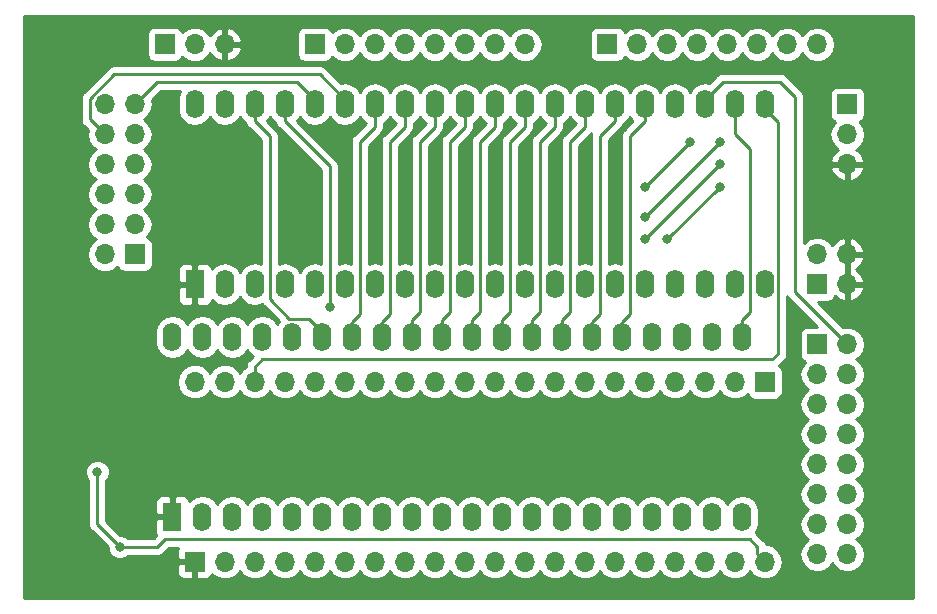
<source format=gbr>
G04 #@! TF.GenerationSoftware,KiCad,Pcbnew,5.0.2-bee76a0~70~ubuntu16.04.1*
G04 #@! TF.CreationDate,2019-06-09T21:59:07+02:00*
G04 #@! TF.ProjectId,VIAxe,56494178-652e-46b6-9963-61645f706362,rev?*
G04 #@! TF.SameCoordinates,Original*
G04 #@! TF.FileFunction,Copper,L2,Bot*
G04 #@! TF.FilePolarity,Positive*
%FSLAX46Y46*%
G04 Gerber Fmt 4.6, Leading zero omitted, Abs format (unit mm)*
G04 Created by KiCad (PCBNEW 5.0.2-bee76a0~70~ubuntu16.04.1) date nie, 9 cze 2019, 21:59:07*
%MOMM*%
%LPD*%
G01*
G04 APERTURE LIST*
G04 #@! TA.AperFunction,ComponentPad*
%ADD10O,1.600000X2.400000*%
G04 #@! TD*
G04 #@! TA.AperFunction,ComponentPad*
%ADD11R,1.600000X2.400000*%
G04 #@! TD*
G04 #@! TA.AperFunction,ComponentPad*
%ADD12R,1.700000X1.700000*%
G04 #@! TD*
G04 #@! TA.AperFunction,ComponentPad*
%ADD13O,1.700000X1.700000*%
G04 #@! TD*
G04 #@! TA.AperFunction,ViaPad*
%ADD14C,0.800000*%
G04 #@! TD*
G04 #@! TA.AperFunction,Conductor*
%ADD15C,0.250000*%
G04 #@! TD*
G04 #@! TA.AperFunction,Conductor*
%ADD16C,0.254000*%
G04 #@! TD*
G04 APERTURE END LIST*
D10*
G04 #@! TO.P,U2,40*
G04 #@! TO.N,CA1*
X45085000Y-76835000D03*
G04 #@! TO.P,U2,20*
G04 #@! TO.N,VCC*
X93345000Y-92075000D03*
G04 #@! TO.P,U2,39*
G04 #@! TO.N,CA2*
X47625000Y-76835000D03*
G04 #@! TO.P,U2,19*
G04 #@! TO.N,CB2*
X90805000Y-92075000D03*
G04 #@! TO.P,U2,38*
G04 #@! TO.N,/IRQA*
X50165000Y-76835000D03*
G04 #@! TO.P,U2,18*
G04 #@! TO.N,CB1*
X88265000Y-92075000D03*
G04 #@! TO.P,U2,37*
G04 #@! TO.N,/IRQB*
X52705000Y-76835000D03*
G04 #@! TO.P,U2,17*
G04 #@! TO.N,PB7*
X85725000Y-92075000D03*
G04 #@! TO.P,U2,36*
G04 #@! TO.N,A1*
X55245000Y-76835000D03*
G04 #@! TO.P,U2,16*
G04 #@! TO.N,PB6*
X83185000Y-92075000D03*
G04 #@! TO.P,U2,35*
G04 #@! TO.N,A0*
X57785000Y-76835000D03*
G04 #@! TO.P,U2,15*
G04 #@! TO.N,PB5*
X80645000Y-92075000D03*
G04 #@! TO.P,U2,34*
G04 #@! TO.N,/RESET*
X60325000Y-76835000D03*
G04 #@! TO.P,U2,14*
G04 #@! TO.N,PB4*
X78105000Y-92075000D03*
G04 #@! TO.P,U2,33*
G04 #@! TO.N,D0*
X62865000Y-76835000D03*
G04 #@! TO.P,U2,13*
G04 #@! TO.N,PB3*
X75565000Y-92075000D03*
G04 #@! TO.P,U2,32*
G04 #@! TO.N,D1*
X65405000Y-76835000D03*
G04 #@! TO.P,U2,12*
G04 #@! TO.N,PB2*
X73025000Y-92075000D03*
G04 #@! TO.P,U2,31*
G04 #@! TO.N,D2*
X67945000Y-76835000D03*
G04 #@! TO.P,U2,11*
G04 #@! TO.N,PB1*
X70485000Y-92075000D03*
G04 #@! TO.P,U2,30*
G04 #@! TO.N,D3*
X70485000Y-76835000D03*
G04 #@! TO.P,U2,10*
G04 #@! TO.N,PB0*
X67945000Y-92075000D03*
G04 #@! TO.P,U2,29*
G04 #@! TO.N,D4*
X73025000Y-76835000D03*
G04 #@! TO.P,U2,9*
G04 #@! TO.N,PA7*
X65405000Y-92075000D03*
G04 #@! TO.P,U2,28*
G04 #@! TO.N,D5*
X75565000Y-76835000D03*
G04 #@! TO.P,U2,8*
G04 #@! TO.N,PA6*
X62865000Y-92075000D03*
G04 #@! TO.P,U2,27*
G04 #@! TO.N,D6*
X78105000Y-76835000D03*
G04 #@! TO.P,U2,7*
G04 #@! TO.N,PA5*
X60325000Y-92075000D03*
G04 #@! TO.P,U2,26*
G04 #@! TO.N,D7*
X80645000Y-76835000D03*
G04 #@! TO.P,U2,6*
G04 #@! TO.N,PA4*
X57785000Y-92075000D03*
G04 #@! TO.P,U2,25*
G04 #@! TO.N,O2*
X83185000Y-76835000D03*
G04 #@! TO.P,U2,5*
G04 #@! TO.N,PA3*
X55245000Y-92075000D03*
G04 #@! TO.P,U2,24*
G04 #@! TO.N,CS1*
X85725000Y-76835000D03*
G04 #@! TO.P,U2,4*
G04 #@! TO.N,PA2*
X52705000Y-92075000D03*
G04 #@! TO.P,U2,23*
G04 #@! TO.N,/CS2B*
X88265000Y-76835000D03*
G04 #@! TO.P,U2,3*
G04 #@! TO.N,PA1*
X50165000Y-92075000D03*
G04 #@! TO.P,U2,22*
G04 #@! TO.N,CS0*
X90805000Y-76835000D03*
G04 #@! TO.P,U2,2*
G04 #@! TO.N,PA0*
X47625000Y-92075000D03*
G04 #@! TO.P,U2,21*
G04 #@! TO.N,R/W*
X93345000Y-76835000D03*
D11*
G04 #@! TO.P,U2,1*
G04 #@! TO.N,GND*
X45085000Y-92075000D03*
G04 #@! TD*
G04 #@! TO.P,U3,1*
G04 #@! TO.N,GND*
X46990000Y-72390000D03*
D10*
G04 #@! TO.P,U3,21*
G04 #@! TO.N,/IRQA*
X95250000Y-57150000D03*
G04 #@! TO.P,U3,2*
G04 #@! TO.N,VIAPA0*
X49530000Y-72390000D03*
G04 #@! TO.P,U3,22*
G04 #@! TO.N,R/W*
X92710000Y-57150000D03*
G04 #@! TO.P,U3,3*
G04 #@! TO.N,VIAPA1*
X52070000Y-72390000D03*
G04 #@! TO.P,U3,23*
G04 #@! TO.N,/VIACS2*
X90170000Y-57150000D03*
G04 #@! TO.P,U3,4*
G04 #@! TO.N,VIAPA2*
X54610000Y-72390000D03*
G04 #@! TO.P,U3,24*
G04 #@! TO.N,/VIACS1*
X87630000Y-57150000D03*
G04 #@! TO.P,U3,5*
G04 #@! TO.N,VIAPA3*
X57150000Y-72390000D03*
G04 #@! TO.P,U3,25*
G04 #@! TO.N,O2*
X85090000Y-57150000D03*
G04 #@! TO.P,U3,6*
G04 #@! TO.N,VIAPA4*
X59690000Y-72390000D03*
G04 #@! TO.P,U3,26*
G04 #@! TO.N,D7*
X82550000Y-57150000D03*
G04 #@! TO.P,U3,7*
G04 #@! TO.N,VIAPA5*
X62230000Y-72390000D03*
G04 #@! TO.P,U3,27*
G04 #@! TO.N,D6*
X80010000Y-57150000D03*
G04 #@! TO.P,U3,8*
G04 #@! TO.N,VIAPA6*
X64770000Y-72390000D03*
G04 #@! TO.P,U3,28*
G04 #@! TO.N,D5*
X77470000Y-57150000D03*
G04 #@! TO.P,U3,9*
G04 #@! TO.N,VIAPA7*
X67310000Y-72390000D03*
G04 #@! TO.P,U3,29*
G04 #@! TO.N,D4*
X74930000Y-57150000D03*
G04 #@! TO.P,U3,10*
G04 #@! TO.N,VIAPB0*
X69850000Y-72390000D03*
G04 #@! TO.P,U3,30*
G04 #@! TO.N,D3*
X72390000Y-57150000D03*
G04 #@! TO.P,U3,11*
G04 #@! TO.N,VIAPB1*
X72390000Y-72390000D03*
G04 #@! TO.P,U3,31*
G04 #@! TO.N,D2*
X69850000Y-57150000D03*
G04 #@! TO.P,U3,12*
G04 #@! TO.N,VIAPB2*
X74930000Y-72390000D03*
G04 #@! TO.P,U3,32*
G04 #@! TO.N,D1*
X67310000Y-57150000D03*
G04 #@! TO.P,U3,13*
G04 #@! TO.N,VIAPB3*
X77470000Y-72390000D03*
G04 #@! TO.P,U3,33*
G04 #@! TO.N,D0*
X64770000Y-57150000D03*
G04 #@! TO.P,U3,14*
G04 #@! TO.N,VIAPB4*
X80010000Y-72390000D03*
G04 #@! TO.P,U3,34*
G04 #@! TO.N,/RESET*
X62230000Y-57150000D03*
G04 #@! TO.P,U3,15*
G04 #@! TO.N,VIAPB5*
X82550000Y-72390000D03*
G04 #@! TO.P,U3,35*
G04 #@! TO.N,A3*
X59690000Y-57150000D03*
G04 #@! TO.P,U3,16*
G04 #@! TO.N,VIAPB6*
X85090000Y-72390000D03*
G04 #@! TO.P,U3,36*
G04 #@! TO.N,A2*
X57150000Y-57150000D03*
G04 #@! TO.P,U3,17*
G04 #@! TO.N,VIAPB7*
X87630000Y-72390000D03*
G04 #@! TO.P,U3,37*
G04 #@! TO.N,A1*
X54610000Y-57150000D03*
G04 #@! TO.P,U3,18*
G04 #@! TO.N,VIACB1*
X90170000Y-72390000D03*
G04 #@! TO.P,U3,38*
G04 #@! TO.N,A0*
X52070000Y-57150000D03*
G04 #@! TO.P,U3,19*
G04 #@! TO.N,VIACB2*
X92710000Y-72390000D03*
G04 #@! TO.P,U3,39*
G04 #@! TO.N,VIACA2*
X49530000Y-57150000D03*
G04 #@! TO.P,U3,20*
G04 #@! TO.N,VCC*
X95250000Y-72390000D03*
G04 #@! TO.P,U3,40*
G04 #@! TO.N,VIACA1*
X46990000Y-57150000D03*
G04 #@! TD*
D12*
G04 #@! TO.P,J1,1*
G04 #@! TO.N,GND*
X46990000Y-95885000D03*
D13*
G04 #@! TO.P,J1,2*
G04 #@! TO.N,PA0*
X49530000Y-95885000D03*
G04 #@! TO.P,J1,3*
G04 #@! TO.N,PA1*
X52070000Y-95885000D03*
G04 #@! TO.P,J1,4*
G04 #@! TO.N,PA2*
X54610000Y-95885000D03*
G04 #@! TO.P,J1,5*
G04 #@! TO.N,PA3*
X57150000Y-95885000D03*
G04 #@! TO.P,J1,6*
G04 #@! TO.N,PA4*
X59690000Y-95885000D03*
G04 #@! TO.P,J1,7*
G04 #@! TO.N,PA5*
X62230000Y-95885000D03*
G04 #@! TO.P,J1,8*
G04 #@! TO.N,PA6*
X64770000Y-95885000D03*
G04 #@! TO.P,J1,9*
G04 #@! TO.N,PA7*
X67310000Y-95885000D03*
G04 #@! TO.P,J1,10*
G04 #@! TO.N,PB0*
X69850000Y-95885000D03*
G04 #@! TO.P,J1,11*
G04 #@! TO.N,PB1*
X72390000Y-95885000D03*
G04 #@! TO.P,J1,12*
G04 #@! TO.N,PB2*
X74930000Y-95885000D03*
G04 #@! TO.P,J1,13*
G04 #@! TO.N,PB3*
X77470000Y-95885000D03*
G04 #@! TO.P,J1,14*
G04 #@! TO.N,PB4*
X80010000Y-95885000D03*
G04 #@! TO.P,J1,15*
G04 #@! TO.N,PB5*
X82550000Y-95885000D03*
G04 #@! TO.P,J1,16*
G04 #@! TO.N,PB6*
X85090000Y-95885000D03*
G04 #@! TO.P,J1,17*
G04 #@! TO.N,PB7*
X87630000Y-95885000D03*
G04 #@! TO.P,J1,18*
G04 #@! TO.N,CB1*
X90170000Y-95885000D03*
G04 #@! TO.P,J1,19*
G04 #@! TO.N,CB2*
X92710000Y-95885000D03*
G04 #@! TO.P,J1,20*
G04 #@! TO.N,VCC*
X95250000Y-95885000D03*
G04 #@! TD*
G04 #@! TO.P,J2,20*
G04 #@! TO.N,CA1*
X46990000Y-80645000D03*
G04 #@! TO.P,J2,19*
G04 #@! TO.N,CA2*
X49530000Y-80645000D03*
G04 #@! TO.P,J2,18*
G04 #@! TO.N,/IRQA*
X52070000Y-80645000D03*
G04 #@! TO.P,J2,17*
G04 #@! TO.N,/IRQB*
X54610000Y-80645000D03*
G04 #@! TO.P,J2,16*
G04 #@! TO.N,A1*
X57150000Y-80645000D03*
G04 #@! TO.P,J2,15*
G04 #@! TO.N,A0*
X59690000Y-80645000D03*
G04 #@! TO.P,J2,14*
G04 #@! TO.N,/RESET*
X62230000Y-80645000D03*
G04 #@! TO.P,J2,13*
G04 #@! TO.N,D0*
X64770000Y-80645000D03*
G04 #@! TO.P,J2,12*
G04 #@! TO.N,D1*
X67310000Y-80645000D03*
G04 #@! TO.P,J2,11*
G04 #@! TO.N,D2*
X69850000Y-80645000D03*
G04 #@! TO.P,J2,10*
G04 #@! TO.N,D3*
X72390000Y-80645000D03*
G04 #@! TO.P,J2,9*
G04 #@! TO.N,D4*
X74930000Y-80645000D03*
G04 #@! TO.P,J2,8*
G04 #@! TO.N,D5*
X77470000Y-80645000D03*
G04 #@! TO.P,J2,7*
G04 #@! TO.N,D6*
X80010000Y-80645000D03*
G04 #@! TO.P,J2,6*
G04 #@! TO.N,D7*
X82550000Y-80645000D03*
G04 #@! TO.P,J2,5*
G04 #@! TO.N,O2*
X85090000Y-80645000D03*
G04 #@! TO.P,J2,4*
G04 #@! TO.N,CS1*
X87630000Y-80645000D03*
G04 #@! TO.P,J2,3*
G04 #@! TO.N,/CS2B*
X90170000Y-80645000D03*
G04 #@! TO.P,J2,2*
G04 #@! TO.N,CS0*
X92710000Y-80645000D03*
D12*
G04 #@! TO.P,J2,1*
G04 #@! TO.N,R/W*
X95250000Y-80645000D03*
G04 #@! TD*
G04 #@! TO.P,J3,1*
G04 #@! TO.N,/D500*
X99695000Y-77470000D03*
D13*
G04 #@! TO.P,J3,2*
G04 #@! TO.N,/VIACS2*
X102235000Y-77470000D03*
G04 #@! TO.P,J3,3*
G04 #@! TO.N,/D520*
X99695000Y-80010000D03*
G04 #@! TO.P,J3,4*
G04 #@! TO.N,/VIACS2*
X102235000Y-80010000D03*
G04 #@! TO.P,J3,5*
G04 #@! TO.N,/D540*
X99695000Y-82550000D03*
G04 #@! TO.P,J3,6*
G04 #@! TO.N,/VIACS2*
X102235000Y-82550000D03*
G04 #@! TO.P,J3,7*
G04 #@! TO.N,/D560*
X99695000Y-85090000D03*
G04 #@! TO.P,J3,8*
G04 #@! TO.N,/VIACS2*
X102235000Y-85090000D03*
G04 #@! TO.P,J3,9*
G04 #@! TO.N,/D580*
X99695000Y-87630000D03*
G04 #@! TO.P,J3,10*
G04 #@! TO.N,/VIACS2*
X102235000Y-87630000D03*
G04 #@! TO.P,J3,11*
G04 #@! TO.N,/D5A0*
X99695000Y-90170000D03*
G04 #@! TO.P,J3,12*
G04 #@! TO.N,/VIACS2*
X102235000Y-90170000D03*
G04 #@! TO.P,J3,13*
G04 #@! TO.N,/D5C0*
X99695000Y-92710000D03*
G04 #@! TO.P,J3,14*
G04 #@! TO.N,/VIACS2*
X102235000Y-92710000D03*
G04 #@! TO.P,J3,15*
G04 #@! TO.N,/D5E0*
X99695000Y-95250000D03*
G04 #@! TO.P,J3,16*
G04 #@! TO.N,/VIACS2*
X102235000Y-95250000D03*
G04 #@! TD*
D12*
G04 #@! TO.P,J5,1*
G04 #@! TO.N,VIACA1*
X44450000Y-52070000D03*
D13*
G04 #@! TO.P,J5,2*
G04 #@! TO.N,VIACA2*
X46990000Y-52070000D03*
G04 #@! TO.P,J5,3*
G04 #@! TO.N,GND*
X49530000Y-52070000D03*
G04 #@! TD*
D12*
G04 #@! TO.P,J6,1*
G04 #@! TO.N,VIAPA0*
X57150000Y-52070000D03*
D13*
G04 #@! TO.P,J6,2*
G04 #@! TO.N,VIAPA1*
X59690000Y-52070000D03*
G04 #@! TO.P,J6,3*
G04 #@! TO.N,VIAPA2*
X62230000Y-52070000D03*
G04 #@! TO.P,J6,4*
G04 #@! TO.N,VIAPA3*
X64770000Y-52070000D03*
G04 #@! TO.P,J6,5*
G04 #@! TO.N,VIAPA4*
X67310000Y-52070000D03*
G04 #@! TO.P,J6,6*
G04 #@! TO.N,VIAPA5*
X69850000Y-52070000D03*
G04 #@! TO.P,J6,7*
G04 #@! TO.N,VIAPA6*
X72390000Y-52070000D03*
G04 #@! TO.P,J6,8*
G04 #@! TO.N,VIAPA7*
X74930000Y-52070000D03*
G04 #@! TD*
G04 #@! TO.P,J7,8*
G04 #@! TO.N,VIAPB7*
X99695000Y-52070000D03*
G04 #@! TO.P,J7,7*
G04 #@! TO.N,VIAPB6*
X97155000Y-52070000D03*
G04 #@! TO.P,J7,6*
G04 #@! TO.N,VIAPB5*
X94615000Y-52070000D03*
G04 #@! TO.P,J7,5*
G04 #@! TO.N,VIAPB4*
X92075000Y-52070000D03*
G04 #@! TO.P,J7,4*
G04 #@! TO.N,VIAPB3*
X89535000Y-52070000D03*
G04 #@! TO.P,J7,3*
G04 #@! TO.N,VIAPB2*
X86995000Y-52070000D03*
G04 #@! TO.P,J7,2*
G04 #@! TO.N,VIAPB1*
X84455000Y-52070000D03*
D12*
G04 #@! TO.P,J7,1*
G04 #@! TO.N,VIAPB0*
X81915000Y-52070000D03*
G04 #@! TD*
D13*
G04 #@! TO.P,J8,3*
G04 #@! TO.N,GND*
X102235000Y-62230000D03*
G04 #@! TO.P,J8,2*
G04 #@! TO.N,VIACB2*
X102235000Y-59690000D03*
D12*
G04 #@! TO.P,J8,1*
G04 #@! TO.N,VIACB1*
X102235000Y-57150000D03*
G04 #@! TD*
G04 #@! TO.P,J4,1*
G04 #@! TO.N,/CCTL*
X41910000Y-69850000D03*
D13*
G04 #@! TO.P,J4,2*
X39370000Y-69850000D03*
G04 #@! TO.P,J4,3*
G04 #@! TO.N,/A7*
X41910000Y-67310000D03*
G04 #@! TO.P,J4,4*
X39370000Y-67310000D03*
G04 #@! TO.P,J4,5*
G04 #@! TO.N,/A6*
X41910000Y-64770000D03*
G04 #@! TO.P,J4,6*
X39370000Y-64770000D03*
G04 #@! TO.P,J4,7*
G04 #@! TO.N,/A5*
X41910000Y-62230000D03*
G04 #@! TO.P,J4,8*
X39370000Y-62230000D03*
G04 #@! TO.P,J4,9*
G04 #@! TO.N,A3*
X41910000Y-59690000D03*
G04 #@! TO.P,J4,10*
X39370000Y-59690000D03*
G04 #@! TO.P,J4,11*
G04 #@! TO.N,A2*
X41910000Y-57150000D03*
G04 #@! TO.P,J4,12*
X39370000Y-57150000D03*
G04 #@! TD*
D12*
G04 #@! TO.P,J9,1*
G04 #@! TO.N,VCC*
X99695000Y-72390000D03*
D13*
G04 #@! TO.P,J9,2*
X99695000Y-69850000D03*
G04 #@! TO.P,J9,3*
G04 #@! TO.N,GND*
X102235000Y-72390000D03*
G04 #@! TO.P,J9,4*
X102235000Y-69850000D03*
G04 #@! TD*
D14*
G04 #@! TO.N,GND*
X80010000Y-67945000D03*
X80010000Y-65405000D03*
X82550000Y-65405000D03*
X77470000Y-60960000D03*
X77470000Y-64135000D03*
X80010000Y-60960000D03*
X69850000Y-66675000D03*
X69850000Y-69215000D03*
X67310000Y-69215000D03*
X72390000Y-66675000D03*
X74930000Y-62865000D03*
X54610000Y-66675000D03*
X57150000Y-69215000D03*
X59690000Y-66675000D03*
X59690000Y-69215000D03*
X64770000Y-69215000D03*
X67310000Y-66675000D03*
X37465000Y-85090000D03*
X43180000Y-79375000D03*
X48260000Y-69215000D03*
X52070000Y-69215000D03*
X64770000Y-66675000D03*
X62229998Y-66675000D03*
X62230000Y-69215002D03*
G04 #@! TO.N,VCC*
X38735000Y-88265000D03*
X40640000Y-94615000D03*
G04 #@! TO.N,VIAPB4*
X88900000Y-60325000D03*
X85090000Y-64135000D03*
G04 #@! TO.N,VIAPB5*
X91440000Y-60325000D03*
X85090000Y-66675000D03*
G04 #@! TO.N,VIAPB6*
X85090000Y-68580000D03*
X91440000Y-62230000D03*
G04 #@! TO.N,VIAPB7*
X91440000Y-64135000D03*
X86995000Y-68580000D03*
G04 #@! TO.N,A1*
X58420000Y-74295000D03*
G04 #@! TD*
D15*
G04 #@! TO.N,GND*
X37465000Y-85090000D02*
X43180000Y-79375000D01*
X43180000Y-79375000D02*
X43180000Y-73660000D01*
X44450000Y-72390000D02*
X46990000Y-72390000D01*
X43180000Y-73660000D02*
X44450000Y-72390000D01*
X48260000Y-69215000D02*
X52070000Y-69215000D01*
X54610000Y-66675000D02*
X57150000Y-69215000D01*
X59690000Y-66675000D02*
X59690000Y-69215000D01*
X62230000Y-66675000D02*
X62230000Y-69215000D01*
X67310000Y-66675000D02*
X67310000Y-69215000D01*
X69850000Y-66675000D02*
X69850000Y-69215000D01*
X77470000Y-60960000D02*
X77470000Y-64135000D01*
X80010000Y-60960000D02*
X80010000Y-65405000D01*
X80010000Y-65405000D02*
X80010000Y-67945000D01*
X64770000Y-68649315D02*
X64770000Y-66675000D01*
X64770000Y-69215000D02*
X64770000Y-68649315D01*
G04 #@! TO.N,VCC*
X38735000Y-88265000D02*
X38735000Y-92710000D01*
X38735000Y-92710000D02*
X40640000Y-94615000D01*
X40640000Y-94615000D02*
X43815000Y-94615000D01*
X43815000Y-94615000D02*
X44450000Y-93980000D01*
X44450000Y-93980000D02*
X93980000Y-93980000D01*
X93980000Y-93980000D02*
X94615000Y-94615000D01*
X94615000Y-94615000D02*
X94615000Y-95250000D01*
X94615000Y-95250000D02*
X95250000Y-95885000D01*
G04 #@! TO.N,/IRQA*
X96375010Y-58675010D02*
X96375010Y-78249990D01*
X95250000Y-57550000D02*
X96375010Y-58675010D01*
X95250000Y-57150000D02*
X95250000Y-57550000D01*
X96375010Y-78249990D02*
X95885000Y-78740000D01*
X95885000Y-78740000D02*
X52705000Y-78740000D01*
X52070000Y-79375000D02*
X52070000Y-80645000D01*
X52705000Y-78740000D02*
X52070000Y-79375000D01*
G04 #@! TO.N,/RESET*
X60325000Y-75565000D02*
X60325000Y-76835000D01*
X62230000Y-57150000D02*
X62230000Y-59055000D01*
X60960000Y-74930000D02*
X60325000Y-75565000D01*
X62230000Y-59055000D02*
X60960000Y-60325000D01*
X60960000Y-60325000D02*
X60960000Y-74930000D01*
G04 #@! TO.N,D0*
X62865000Y-75565000D02*
X62865000Y-76835000D01*
X64770000Y-57150000D02*
X64770000Y-59055000D01*
X64770000Y-59055000D02*
X63500000Y-60325000D01*
X63500000Y-60325000D02*
X63500000Y-74930000D01*
X63500000Y-74930000D02*
X62865000Y-75565000D01*
G04 #@! TO.N,D1*
X65405000Y-75385000D02*
X65405000Y-76835000D01*
X67310000Y-57150000D02*
X67310000Y-59055000D01*
X67310000Y-59055000D02*
X66040000Y-60325000D01*
X66040000Y-60325000D02*
X66040000Y-74750000D01*
X66040000Y-74750000D02*
X65405000Y-75385000D01*
G04 #@! TO.N,D2*
X69850000Y-57150000D02*
X69850000Y-59055000D01*
X67945000Y-75385000D02*
X67945000Y-76835000D01*
X69850000Y-59055000D02*
X68580000Y-60325000D01*
X68580000Y-60325000D02*
X68580000Y-74750000D01*
X68580000Y-74750000D02*
X67945000Y-75385000D01*
G04 #@! TO.N,D3*
X72390000Y-59055000D02*
X72390000Y-57150000D01*
X70485000Y-76835000D02*
X70485000Y-75385000D01*
X70485000Y-75385000D02*
X71120000Y-74750000D01*
X71120000Y-74750000D02*
X71120000Y-60325000D01*
X71120000Y-60325000D02*
X72390000Y-59055000D01*
G04 #@! TO.N,D4*
X74930000Y-59055000D02*
X74930000Y-57150000D01*
X73025000Y-76835000D02*
X73025000Y-75385000D01*
X73025000Y-75385000D02*
X73660000Y-74750000D01*
X73660000Y-60325000D02*
X74930000Y-59055000D01*
X73660000Y-74750000D02*
X73660000Y-60325000D01*
G04 #@! TO.N,D5*
X77470000Y-59055000D02*
X77470000Y-57150000D01*
X75565000Y-75385000D02*
X76200000Y-74750000D01*
X76200000Y-60325000D02*
X77470000Y-59055000D01*
X75565000Y-76835000D02*
X75565000Y-75385000D01*
X76200000Y-74750000D02*
X76200000Y-60325000D01*
G04 #@! TO.N,D6*
X80010000Y-59055000D02*
X80010000Y-57150000D01*
X78105000Y-76835000D02*
X78105000Y-75385000D01*
X78105000Y-75385000D02*
X78740000Y-74750000D01*
X78740000Y-74750000D02*
X78740000Y-60325000D01*
X78740000Y-60325000D02*
X80010000Y-59055000D01*
G04 #@! TO.N,D7*
X82550000Y-58600000D02*
X82550000Y-57150000D01*
X80645000Y-76835000D02*
X80645000Y-75565000D01*
X80645000Y-75565000D02*
X81280000Y-74930000D01*
X81280000Y-74930000D02*
X81280000Y-59870000D01*
X81280000Y-59870000D02*
X82550000Y-58600000D01*
G04 #@! TO.N,O2*
X85090000Y-58600000D02*
X85090000Y-57150000D01*
X83185000Y-76835000D02*
X83185000Y-75565000D01*
X83185000Y-75565000D02*
X83820000Y-74930000D01*
X83820000Y-74930000D02*
X83820000Y-59870000D01*
X83820000Y-59870000D02*
X85090000Y-58600000D01*
G04 #@! TO.N,R/W*
X92710000Y-59690000D02*
X92710000Y-57150000D01*
X93345000Y-76835000D02*
X93345000Y-75385000D01*
X93345000Y-75385000D02*
X93980000Y-74750000D01*
X93980000Y-60960000D02*
X92710000Y-59690000D01*
X93980000Y-74750000D02*
X93980000Y-60960000D01*
G04 #@! TO.N,VIAPB4*
X88900000Y-60325000D02*
X85090000Y-64135000D01*
G04 #@! TO.N,VIAPB5*
X91440000Y-60325000D02*
X85090000Y-66675000D01*
G04 #@! TO.N,VIAPB6*
X91440000Y-62230000D02*
X85090000Y-68580000D01*
G04 #@! TO.N,VIAPB7*
X91440000Y-64135000D02*
X86995000Y-68580000D01*
G04 #@! TO.N,A1*
X58420000Y-62410000D02*
X58420000Y-74295000D01*
X54610000Y-58600000D02*
X58420000Y-62410000D01*
X54610000Y-57150000D02*
X54610000Y-58600000D01*
G04 #@! TO.N,A0*
X56659990Y-75309990D02*
X57785000Y-76435000D01*
X54989990Y-75309990D02*
X56659990Y-75309990D01*
X52070000Y-57150000D02*
X52070000Y-58600000D01*
X52070000Y-58600000D02*
X53340000Y-59870000D01*
X57785000Y-76435000D02*
X57785000Y-76835000D01*
X53340000Y-59870000D02*
X53340000Y-73660000D01*
X53340000Y-73660000D02*
X54989990Y-75309990D01*
G04 #@! TO.N,/VIACS2*
X90170000Y-56750000D02*
X90170000Y-57150000D01*
X91675000Y-55245000D02*
X90170000Y-56750000D01*
X102235000Y-77470000D02*
X97790000Y-73025000D01*
X97790000Y-73025000D02*
X97790000Y-56515000D01*
X97790000Y-56515000D02*
X96520000Y-55245000D01*
X96520000Y-55245000D02*
X91675000Y-55245000D01*
G04 #@! TO.N,A3*
X39370000Y-59690000D02*
X38100000Y-58420000D01*
X38100000Y-56680998D02*
X40170998Y-54610000D01*
X38100000Y-58420000D02*
X38100000Y-56680998D01*
X59690000Y-56750000D02*
X59690000Y-57150000D01*
X57550000Y-54610000D02*
X59690000Y-56750000D01*
X40170998Y-54610000D02*
X57550000Y-54610000D01*
G04 #@! TO.N,A2*
X41910000Y-57150000D02*
X43815000Y-55245000D01*
X57150000Y-56750000D02*
X57150000Y-57150000D01*
X55645000Y-55245000D02*
X57150000Y-56750000D01*
X43815000Y-55245000D02*
X55645000Y-55245000D01*
G04 #@! TO.N,/VIACS1*
X87630000Y-56750000D02*
X87630000Y-57150000D01*
G04 #@! TD*
D16*
G04 #@! TO.N,GND*
G36*
X107823000Y-98933000D02*
X32512000Y-98933000D01*
X32512000Y-96170750D01*
X45505000Y-96170750D01*
X45505000Y-96861309D01*
X45601673Y-97094698D01*
X45780301Y-97273327D01*
X46013690Y-97370000D01*
X46704250Y-97370000D01*
X46863000Y-97211250D01*
X46863000Y-96012000D01*
X45663750Y-96012000D01*
X45505000Y-96170750D01*
X32512000Y-96170750D01*
X32512000Y-88059126D01*
X37700000Y-88059126D01*
X37700000Y-88470874D01*
X37857569Y-88851280D01*
X37975000Y-88968711D01*
X37975001Y-92635148D01*
X37960112Y-92710000D01*
X37975001Y-92784852D01*
X38019097Y-93006537D01*
X38187072Y-93257929D01*
X38250528Y-93300329D01*
X39605000Y-94654802D01*
X39605000Y-94820874D01*
X39762569Y-95201280D01*
X40053720Y-95492431D01*
X40434126Y-95650000D01*
X40845874Y-95650000D01*
X41226280Y-95492431D01*
X41343711Y-95375000D01*
X43740153Y-95375000D01*
X43815000Y-95389888D01*
X43889847Y-95375000D01*
X43889852Y-95375000D01*
X44111537Y-95330904D01*
X44362929Y-95162929D01*
X44405331Y-95099470D01*
X44764802Y-94740000D01*
X45574874Y-94740000D01*
X45505000Y-94908691D01*
X45505000Y-95599250D01*
X45663750Y-95758000D01*
X46863000Y-95758000D01*
X46863000Y-95738000D01*
X47117000Y-95738000D01*
X47117000Y-95758000D01*
X47137000Y-95758000D01*
X47137000Y-96012000D01*
X47117000Y-96012000D01*
X47117000Y-97211250D01*
X47275750Y-97370000D01*
X47966310Y-97370000D01*
X48199699Y-97273327D01*
X48378327Y-97094698D01*
X48444904Y-96933967D01*
X48459375Y-96955625D01*
X48950582Y-97283839D01*
X49383744Y-97370000D01*
X49676256Y-97370000D01*
X50109418Y-97283839D01*
X50600625Y-96955625D01*
X50800000Y-96657239D01*
X50999375Y-96955625D01*
X51490582Y-97283839D01*
X51923744Y-97370000D01*
X52216256Y-97370000D01*
X52649418Y-97283839D01*
X53140625Y-96955625D01*
X53340000Y-96657239D01*
X53539375Y-96955625D01*
X54030582Y-97283839D01*
X54463744Y-97370000D01*
X54756256Y-97370000D01*
X55189418Y-97283839D01*
X55680625Y-96955625D01*
X55880000Y-96657239D01*
X56079375Y-96955625D01*
X56570582Y-97283839D01*
X57003744Y-97370000D01*
X57296256Y-97370000D01*
X57729418Y-97283839D01*
X58220625Y-96955625D01*
X58420000Y-96657239D01*
X58619375Y-96955625D01*
X59110582Y-97283839D01*
X59543744Y-97370000D01*
X59836256Y-97370000D01*
X60269418Y-97283839D01*
X60760625Y-96955625D01*
X60960000Y-96657239D01*
X61159375Y-96955625D01*
X61650582Y-97283839D01*
X62083744Y-97370000D01*
X62376256Y-97370000D01*
X62809418Y-97283839D01*
X63300625Y-96955625D01*
X63500000Y-96657239D01*
X63699375Y-96955625D01*
X64190582Y-97283839D01*
X64623744Y-97370000D01*
X64916256Y-97370000D01*
X65349418Y-97283839D01*
X65840625Y-96955625D01*
X66040000Y-96657239D01*
X66239375Y-96955625D01*
X66730582Y-97283839D01*
X67163744Y-97370000D01*
X67456256Y-97370000D01*
X67889418Y-97283839D01*
X68380625Y-96955625D01*
X68580000Y-96657239D01*
X68779375Y-96955625D01*
X69270582Y-97283839D01*
X69703744Y-97370000D01*
X69996256Y-97370000D01*
X70429418Y-97283839D01*
X70920625Y-96955625D01*
X71120000Y-96657239D01*
X71319375Y-96955625D01*
X71810582Y-97283839D01*
X72243744Y-97370000D01*
X72536256Y-97370000D01*
X72969418Y-97283839D01*
X73460625Y-96955625D01*
X73660000Y-96657239D01*
X73859375Y-96955625D01*
X74350582Y-97283839D01*
X74783744Y-97370000D01*
X75076256Y-97370000D01*
X75509418Y-97283839D01*
X76000625Y-96955625D01*
X76200000Y-96657239D01*
X76399375Y-96955625D01*
X76890582Y-97283839D01*
X77323744Y-97370000D01*
X77616256Y-97370000D01*
X78049418Y-97283839D01*
X78540625Y-96955625D01*
X78740000Y-96657239D01*
X78939375Y-96955625D01*
X79430582Y-97283839D01*
X79863744Y-97370000D01*
X80156256Y-97370000D01*
X80589418Y-97283839D01*
X81080625Y-96955625D01*
X81280000Y-96657239D01*
X81479375Y-96955625D01*
X81970582Y-97283839D01*
X82403744Y-97370000D01*
X82696256Y-97370000D01*
X83129418Y-97283839D01*
X83620625Y-96955625D01*
X83820000Y-96657239D01*
X84019375Y-96955625D01*
X84510582Y-97283839D01*
X84943744Y-97370000D01*
X85236256Y-97370000D01*
X85669418Y-97283839D01*
X86160625Y-96955625D01*
X86360000Y-96657239D01*
X86559375Y-96955625D01*
X87050582Y-97283839D01*
X87483744Y-97370000D01*
X87776256Y-97370000D01*
X88209418Y-97283839D01*
X88700625Y-96955625D01*
X88900000Y-96657239D01*
X89099375Y-96955625D01*
X89590582Y-97283839D01*
X90023744Y-97370000D01*
X90316256Y-97370000D01*
X90749418Y-97283839D01*
X91240625Y-96955625D01*
X91440000Y-96657239D01*
X91639375Y-96955625D01*
X92130582Y-97283839D01*
X92563744Y-97370000D01*
X92856256Y-97370000D01*
X93289418Y-97283839D01*
X93780625Y-96955625D01*
X93980000Y-96657239D01*
X94179375Y-96955625D01*
X94670582Y-97283839D01*
X95103744Y-97370000D01*
X95396256Y-97370000D01*
X95829418Y-97283839D01*
X96320625Y-96955625D01*
X96648839Y-96464418D01*
X96764092Y-95885000D01*
X96648839Y-95305582D01*
X96320625Y-94814375D01*
X95829418Y-94486161D01*
X95396256Y-94400000D01*
X95347123Y-94400000D01*
X95330904Y-94318463D01*
X95162929Y-94067071D01*
X95099473Y-94024671D01*
X94570331Y-93495530D01*
X94527929Y-93432071D01*
X94461170Y-93387464D01*
X94696740Y-93034909D01*
X94780000Y-92616332D01*
X94780000Y-91533667D01*
X94696740Y-91115091D01*
X94379576Y-90640423D01*
X93904908Y-90323260D01*
X93345000Y-90211887D01*
X92785091Y-90323260D01*
X92310423Y-90640424D01*
X92075000Y-90992759D01*
X91839576Y-90640423D01*
X91364908Y-90323260D01*
X90805000Y-90211887D01*
X90245091Y-90323260D01*
X89770423Y-90640424D01*
X89535000Y-90992759D01*
X89299576Y-90640423D01*
X88824908Y-90323260D01*
X88265000Y-90211887D01*
X87705091Y-90323260D01*
X87230423Y-90640424D01*
X86995000Y-90992759D01*
X86759576Y-90640423D01*
X86284908Y-90323260D01*
X85725000Y-90211887D01*
X85165091Y-90323260D01*
X84690423Y-90640424D01*
X84455000Y-90992759D01*
X84219576Y-90640423D01*
X83744908Y-90323260D01*
X83185000Y-90211887D01*
X82625091Y-90323260D01*
X82150423Y-90640424D01*
X81915000Y-90992759D01*
X81679576Y-90640423D01*
X81204908Y-90323260D01*
X80645000Y-90211887D01*
X80085091Y-90323260D01*
X79610423Y-90640424D01*
X79375000Y-90992759D01*
X79139576Y-90640423D01*
X78664908Y-90323260D01*
X78105000Y-90211887D01*
X77545091Y-90323260D01*
X77070423Y-90640424D01*
X76835000Y-90992759D01*
X76599576Y-90640423D01*
X76124908Y-90323260D01*
X75565000Y-90211887D01*
X75005091Y-90323260D01*
X74530423Y-90640424D01*
X74295000Y-90992759D01*
X74059576Y-90640423D01*
X73584908Y-90323260D01*
X73025000Y-90211887D01*
X72465091Y-90323260D01*
X71990423Y-90640424D01*
X71755000Y-90992759D01*
X71519576Y-90640423D01*
X71044908Y-90323260D01*
X70485000Y-90211887D01*
X69925091Y-90323260D01*
X69450423Y-90640424D01*
X69215000Y-90992759D01*
X68979576Y-90640423D01*
X68504908Y-90323260D01*
X67945000Y-90211887D01*
X67385091Y-90323260D01*
X66910423Y-90640424D01*
X66675000Y-90992759D01*
X66439576Y-90640423D01*
X65964908Y-90323260D01*
X65405000Y-90211887D01*
X64845091Y-90323260D01*
X64370423Y-90640424D01*
X64135000Y-90992759D01*
X63899576Y-90640423D01*
X63424908Y-90323260D01*
X62865000Y-90211887D01*
X62305091Y-90323260D01*
X61830423Y-90640424D01*
X61595000Y-90992759D01*
X61359576Y-90640423D01*
X60884908Y-90323260D01*
X60325000Y-90211887D01*
X59765091Y-90323260D01*
X59290423Y-90640424D01*
X59055000Y-90992759D01*
X58819576Y-90640423D01*
X58344908Y-90323260D01*
X57785000Y-90211887D01*
X57225091Y-90323260D01*
X56750423Y-90640424D01*
X56515000Y-90992759D01*
X56279576Y-90640423D01*
X55804908Y-90323260D01*
X55245000Y-90211887D01*
X54685091Y-90323260D01*
X54210423Y-90640424D01*
X53975000Y-90992759D01*
X53739576Y-90640423D01*
X53264908Y-90323260D01*
X52705000Y-90211887D01*
X52145091Y-90323260D01*
X51670423Y-90640424D01*
X51435000Y-90992759D01*
X51199576Y-90640423D01*
X50724908Y-90323260D01*
X50165000Y-90211887D01*
X49605091Y-90323260D01*
X49130423Y-90640424D01*
X48895000Y-90992759D01*
X48659576Y-90640423D01*
X48184908Y-90323260D01*
X47625000Y-90211887D01*
X47065091Y-90323260D01*
X46590423Y-90640424D01*
X46519266Y-90746918D01*
X46423327Y-90515302D01*
X46244699Y-90336673D01*
X46011310Y-90240000D01*
X45370750Y-90240000D01*
X45212000Y-90398750D01*
X45212000Y-91948000D01*
X45232000Y-91948000D01*
X45232000Y-92202000D01*
X45212000Y-92202000D01*
X45212000Y-92222000D01*
X44958000Y-92222000D01*
X44958000Y-92202000D01*
X43808750Y-92202000D01*
X43650000Y-92360750D01*
X43650000Y-93401309D01*
X43739007Y-93616191D01*
X43500199Y-93855000D01*
X41343711Y-93855000D01*
X41226280Y-93737569D01*
X40845874Y-93580000D01*
X40679802Y-93580000D01*
X39495000Y-92395199D01*
X39495000Y-90748691D01*
X43650000Y-90748691D01*
X43650000Y-91789250D01*
X43808750Y-91948000D01*
X44958000Y-91948000D01*
X44958000Y-90398750D01*
X44799250Y-90240000D01*
X44158690Y-90240000D01*
X43925301Y-90336673D01*
X43746673Y-90515302D01*
X43650000Y-90748691D01*
X39495000Y-90748691D01*
X39495000Y-88968711D01*
X39612431Y-88851280D01*
X39770000Y-88470874D01*
X39770000Y-88059126D01*
X39612431Y-87678720D01*
X39321280Y-87387569D01*
X38940874Y-87230000D01*
X38529126Y-87230000D01*
X38148720Y-87387569D01*
X37857569Y-87678720D01*
X37700000Y-88059126D01*
X32512000Y-88059126D01*
X32512000Y-72675750D01*
X45555000Y-72675750D01*
X45555000Y-73716309D01*
X45651673Y-73949698D01*
X45830301Y-74128327D01*
X46063690Y-74225000D01*
X46704250Y-74225000D01*
X46863000Y-74066250D01*
X46863000Y-72517000D01*
X45713750Y-72517000D01*
X45555000Y-72675750D01*
X32512000Y-72675750D01*
X32512000Y-56680998D01*
X37325112Y-56680998D01*
X37340001Y-56755850D01*
X37340000Y-58345153D01*
X37325112Y-58420000D01*
X37340000Y-58494847D01*
X37340000Y-58494851D01*
X37384096Y-58716536D01*
X37552071Y-58967929D01*
X37615530Y-59010331D01*
X37928791Y-59323592D01*
X37855908Y-59690000D01*
X37971161Y-60269418D01*
X38299375Y-60760625D01*
X38597761Y-60960000D01*
X38299375Y-61159375D01*
X37971161Y-61650582D01*
X37855908Y-62230000D01*
X37971161Y-62809418D01*
X38299375Y-63300625D01*
X38597761Y-63500000D01*
X38299375Y-63699375D01*
X37971161Y-64190582D01*
X37855908Y-64770000D01*
X37971161Y-65349418D01*
X38299375Y-65840625D01*
X38597761Y-66040000D01*
X38299375Y-66239375D01*
X37971161Y-66730582D01*
X37855908Y-67310000D01*
X37971161Y-67889418D01*
X38299375Y-68380625D01*
X38597761Y-68580000D01*
X38299375Y-68779375D01*
X37971161Y-69270582D01*
X37855908Y-69850000D01*
X37971161Y-70429418D01*
X38299375Y-70920625D01*
X38790582Y-71248839D01*
X39223744Y-71335000D01*
X39516256Y-71335000D01*
X39949418Y-71248839D01*
X40440625Y-70920625D01*
X40452816Y-70902381D01*
X40461843Y-70947765D01*
X40602191Y-71157809D01*
X40812235Y-71298157D01*
X41060000Y-71347440D01*
X42760000Y-71347440D01*
X43007765Y-71298157D01*
X43217809Y-71157809D01*
X43280697Y-71063691D01*
X45555000Y-71063691D01*
X45555000Y-72104250D01*
X45713750Y-72263000D01*
X46863000Y-72263000D01*
X46863000Y-70713750D01*
X46704250Y-70555000D01*
X46063690Y-70555000D01*
X45830301Y-70651673D01*
X45651673Y-70830302D01*
X45555000Y-71063691D01*
X43280697Y-71063691D01*
X43358157Y-70947765D01*
X43407440Y-70700000D01*
X43407440Y-69000000D01*
X43358157Y-68752235D01*
X43217809Y-68542191D01*
X43007765Y-68401843D01*
X42962381Y-68392816D01*
X42980625Y-68380625D01*
X43308839Y-67889418D01*
X43424092Y-67310000D01*
X43308839Y-66730582D01*
X42980625Y-66239375D01*
X42682239Y-66040000D01*
X42980625Y-65840625D01*
X43308839Y-65349418D01*
X43424092Y-64770000D01*
X43308839Y-64190582D01*
X42980625Y-63699375D01*
X42682239Y-63500000D01*
X42980625Y-63300625D01*
X43308839Y-62809418D01*
X43424092Y-62230000D01*
X43308839Y-61650582D01*
X42980625Y-61159375D01*
X42682239Y-60960000D01*
X42980625Y-60760625D01*
X43308839Y-60269418D01*
X43424092Y-59690000D01*
X43308839Y-59110582D01*
X42980625Y-58619375D01*
X42682239Y-58420000D01*
X42980625Y-58220625D01*
X43308839Y-57729418D01*
X43424092Y-57150000D01*
X43351209Y-56783592D01*
X44129802Y-56005000D01*
X45761935Y-56005000D01*
X45638260Y-56190092D01*
X45555000Y-56608668D01*
X45555000Y-57691333D01*
X45638260Y-58109909D01*
X45955424Y-58584577D01*
X46430092Y-58901740D01*
X46990000Y-59013113D01*
X47549909Y-58901740D01*
X48024577Y-58584577D01*
X48260000Y-58232241D01*
X48495424Y-58584577D01*
X48970092Y-58901740D01*
X49530000Y-59013113D01*
X50089909Y-58901740D01*
X50564577Y-58584577D01*
X50800000Y-58232241D01*
X51035424Y-58584577D01*
X51331379Y-58782328D01*
X51354097Y-58896537D01*
X51431991Y-59013113D01*
X51522072Y-59147929D01*
X51585528Y-59190329D01*
X52580000Y-60184802D01*
X52580001Y-70628333D01*
X52070000Y-70526887D01*
X51510091Y-70638260D01*
X51035423Y-70955424D01*
X50800000Y-71307759D01*
X50564576Y-70955423D01*
X50089908Y-70638260D01*
X49530000Y-70526887D01*
X48970091Y-70638260D01*
X48495423Y-70955424D01*
X48424266Y-71061918D01*
X48328327Y-70830302D01*
X48149699Y-70651673D01*
X47916310Y-70555000D01*
X47275750Y-70555000D01*
X47117000Y-70713750D01*
X47117000Y-72263000D01*
X47137000Y-72263000D01*
X47137000Y-72517000D01*
X47117000Y-72517000D01*
X47117000Y-74066250D01*
X47275750Y-74225000D01*
X47916310Y-74225000D01*
X48149699Y-74128327D01*
X48328327Y-73949698D01*
X48424266Y-73718082D01*
X48495424Y-73824577D01*
X48970092Y-74141740D01*
X49530000Y-74253113D01*
X50089909Y-74141740D01*
X50564577Y-73824577D01*
X50800000Y-73472241D01*
X51035424Y-73824577D01*
X51510092Y-74141740D01*
X52070000Y-74253113D01*
X52629909Y-74141740D01*
X52711443Y-74087260D01*
X52738884Y-74128327D01*
X52792072Y-74207929D01*
X52855528Y-74250329D01*
X54128391Y-75523193D01*
X53975000Y-75752759D01*
X53739576Y-75400423D01*
X53264908Y-75083260D01*
X52705000Y-74971887D01*
X52145091Y-75083260D01*
X51670423Y-75400424D01*
X51435000Y-75752759D01*
X51199576Y-75400423D01*
X50724908Y-75083260D01*
X50165000Y-74971887D01*
X49605091Y-75083260D01*
X49130423Y-75400424D01*
X48895000Y-75752759D01*
X48659576Y-75400423D01*
X48184908Y-75083260D01*
X47625000Y-74971887D01*
X47065091Y-75083260D01*
X46590423Y-75400424D01*
X46355000Y-75752759D01*
X46119576Y-75400423D01*
X45644908Y-75083260D01*
X45085000Y-74971887D01*
X44525091Y-75083260D01*
X44050423Y-75400424D01*
X43733260Y-75875092D01*
X43650000Y-76293668D01*
X43650000Y-77376333D01*
X43733260Y-77794909D01*
X44050424Y-78269577D01*
X44525092Y-78586740D01*
X45085000Y-78698113D01*
X45644909Y-78586740D01*
X46119577Y-78269577D01*
X46355000Y-77917241D01*
X46590424Y-78269577D01*
X47065092Y-78586740D01*
X47625000Y-78698113D01*
X48184909Y-78586740D01*
X48659577Y-78269577D01*
X48895000Y-77917241D01*
X49130424Y-78269577D01*
X49605092Y-78586740D01*
X50165000Y-78698113D01*
X50724909Y-78586740D01*
X51199577Y-78269577D01*
X51435000Y-77917241D01*
X51670424Y-78269577D01*
X51928308Y-78441890D01*
X51585530Y-78784669D01*
X51522071Y-78827071D01*
X51354096Y-79078464D01*
X51310000Y-79300149D01*
X51310000Y-79300153D01*
X51295112Y-79375000D01*
X51295423Y-79376562D01*
X50999375Y-79574375D01*
X50800000Y-79872761D01*
X50600625Y-79574375D01*
X50109418Y-79246161D01*
X49676256Y-79160000D01*
X49383744Y-79160000D01*
X48950582Y-79246161D01*
X48459375Y-79574375D01*
X48260000Y-79872761D01*
X48060625Y-79574375D01*
X47569418Y-79246161D01*
X47136256Y-79160000D01*
X46843744Y-79160000D01*
X46410582Y-79246161D01*
X45919375Y-79574375D01*
X45591161Y-80065582D01*
X45475908Y-80645000D01*
X45591161Y-81224418D01*
X45919375Y-81715625D01*
X46410582Y-82043839D01*
X46843744Y-82130000D01*
X47136256Y-82130000D01*
X47569418Y-82043839D01*
X48060625Y-81715625D01*
X48260000Y-81417239D01*
X48459375Y-81715625D01*
X48950582Y-82043839D01*
X49383744Y-82130000D01*
X49676256Y-82130000D01*
X50109418Y-82043839D01*
X50600625Y-81715625D01*
X50800000Y-81417239D01*
X50999375Y-81715625D01*
X51490582Y-82043839D01*
X51923744Y-82130000D01*
X52216256Y-82130000D01*
X52649418Y-82043839D01*
X53140625Y-81715625D01*
X53340000Y-81417239D01*
X53539375Y-81715625D01*
X54030582Y-82043839D01*
X54463744Y-82130000D01*
X54756256Y-82130000D01*
X55189418Y-82043839D01*
X55680625Y-81715625D01*
X55880000Y-81417239D01*
X56079375Y-81715625D01*
X56570582Y-82043839D01*
X57003744Y-82130000D01*
X57296256Y-82130000D01*
X57729418Y-82043839D01*
X58220625Y-81715625D01*
X58420000Y-81417239D01*
X58619375Y-81715625D01*
X59110582Y-82043839D01*
X59543744Y-82130000D01*
X59836256Y-82130000D01*
X60269418Y-82043839D01*
X60760625Y-81715625D01*
X60960000Y-81417239D01*
X61159375Y-81715625D01*
X61650582Y-82043839D01*
X62083744Y-82130000D01*
X62376256Y-82130000D01*
X62809418Y-82043839D01*
X63300625Y-81715625D01*
X63500000Y-81417239D01*
X63699375Y-81715625D01*
X64190582Y-82043839D01*
X64623744Y-82130000D01*
X64916256Y-82130000D01*
X65349418Y-82043839D01*
X65840625Y-81715625D01*
X66040000Y-81417239D01*
X66239375Y-81715625D01*
X66730582Y-82043839D01*
X67163744Y-82130000D01*
X67456256Y-82130000D01*
X67889418Y-82043839D01*
X68380625Y-81715625D01*
X68580000Y-81417239D01*
X68779375Y-81715625D01*
X69270582Y-82043839D01*
X69703744Y-82130000D01*
X69996256Y-82130000D01*
X70429418Y-82043839D01*
X70920625Y-81715625D01*
X71120000Y-81417239D01*
X71319375Y-81715625D01*
X71810582Y-82043839D01*
X72243744Y-82130000D01*
X72536256Y-82130000D01*
X72969418Y-82043839D01*
X73460625Y-81715625D01*
X73660000Y-81417239D01*
X73859375Y-81715625D01*
X74350582Y-82043839D01*
X74783744Y-82130000D01*
X75076256Y-82130000D01*
X75509418Y-82043839D01*
X76000625Y-81715625D01*
X76200000Y-81417239D01*
X76399375Y-81715625D01*
X76890582Y-82043839D01*
X77323744Y-82130000D01*
X77616256Y-82130000D01*
X78049418Y-82043839D01*
X78540625Y-81715625D01*
X78740000Y-81417239D01*
X78939375Y-81715625D01*
X79430582Y-82043839D01*
X79863744Y-82130000D01*
X80156256Y-82130000D01*
X80589418Y-82043839D01*
X81080625Y-81715625D01*
X81280000Y-81417239D01*
X81479375Y-81715625D01*
X81970582Y-82043839D01*
X82403744Y-82130000D01*
X82696256Y-82130000D01*
X83129418Y-82043839D01*
X83620625Y-81715625D01*
X83820000Y-81417239D01*
X84019375Y-81715625D01*
X84510582Y-82043839D01*
X84943744Y-82130000D01*
X85236256Y-82130000D01*
X85669418Y-82043839D01*
X86160625Y-81715625D01*
X86360000Y-81417239D01*
X86559375Y-81715625D01*
X87050582Y-82043839D01*
X87483744Y-82130000D01*
X87776256Y-82130000D01*
X88209418Y-82043839D01*
X88700625Y-81715625D01*
X88900000Y-81417239D01*
X89099375Y-81715625D01*
X89590582Y-82043839D01*
X90023744Y-82130000D01*
X90316256Y-82130000D01*
X90749418Y-82043839D01*
X91240625Y-81715625D01*
X91440000Y-81417239D01*
X91639375Y-81715625D01*
X92130582Y-82043839D01*
X92563744Y-82130000D01*
X92856256Y-82130000D01*
X93289418Y-82043839D01*
X93780625Y-81715625D01*
X93792816Y-81697381D01*
X93801843Y-81742765D01*
X93942191Y-81952809D01*
X94152235Y-82093157D01*
X94400000Y-82142440D01*
X96100000Y-82142440D01*
X96347765Y-82093157D01*
X96557809Y-81952809D01*
X96698157Y-81742765D01*
X96747440Y-81495000D01*
X96747440Y-79795000D01*
X96698157Y-79547235D01*
X96557809Y-79337191D01*
X96448718Y-79264298D01*
X96475331Y-79224471D01*
X96859482Y-78840319D01*
X96922939Y-78797919D01*
X97047727Y-78611161D01*
X97090914Y-78546528D01*
X97111415Y-78443463D01*
X97135010Y-78324842D01*
X97135010Y-78324838D01*
X97149898Y-78249990D01*
X97135010Y-78175142D01*
X97135010Y-73412700D01*
X97242071Y-73572929D01*
X97305530Y-73615331D01*
X99662758Y-75972560D01*
X98845000Y-75972560D01*
X98597235Y-76021843D01*
X98387191Y-76162191D01*
X98246843Y-76372235D01*
X98197560Y-76620000D01*
X98197560Y-78320000D01*
X98246843Y-78567765D01*
X98387191Y-78777809D01*
X98597235Y-78918157D01*
X98642619Y-78927184D01*
X98624375Y-78939375D01*
X98296161Y-79430582D01*
X98180908Y-80010000D01*
X98296161Y-80589418D01*
X98624375Y-81080625D01*
X98922761Y-81280000D01*
X98624375Y-81479375D01*
X98296161Y-81970582D01*
X98180908Y-82550000D01*
X98296161Y-83129418D01*
X98624375Y-83620625D01*
X98922761Y-83820000D01*
X98624375Y-84019375D01*
X98296161Y-84510582D01*
X98180908Y-85090000D01*
X98296161Y-85669418D01*
X98624375Y-86160625D01*
X98922761Y-86360000D01*
X98624375Y-86559375D01*
X98296161Y-87050582D01*
X98180908Y-87630000D01*
X98296161Y-88209418D01*
X98624375Y-88700625D01*
X98922761Y-88900000D01*
X98624375Y-89099375D01*
X98296161Y-89590582D01*
X98180908Y-90170000D01*
X98296161Y-90749418D01*
X98624375Y-91240625D01*
X98922761Y-91440000D01*
X98624375Y-91639375D01*
X98296161Y-92130582D01*
X98180908Y-92710000D01*
X98296161Y-93289418D01*
X98624375Y-93780625D01*
X98922761Y-93980000D01*
X98624375Y-94179375D01*
X98296161Y-94670582D01*
X98180908Y-95250000D01*
X98296161Y-95829418D01*
X98624375Y-96320625D01*
X99115582Y-96648839D01*
X99548744Y-96735000D01*
X99841256Y-96735000D01*
X100274418Y-96648839D01*
X100765625Y-96320625D01*
X100965000Y-96022239D01*
X101164375Y-96320625D01*
X101655582Y-96648839D01*
X102088744Y-96735000D01*
X102381256Y-96735000D01*
X102814418Y-96648839D01*
X103305625Y-96320625D01*
X103633839Y-95829418D01*
X103749092Y-95250000D01*
X103633839Y-94670582D01*
X103305625Y-94179375D01*
X103007239Y-93980000D01*
X103305625Y-93780625D01*
X103633839Y-93289418D01*
X103749092Y-92710000D01*
X103633839Y-92130582D01*
X103305625Y-91639375D01*
X103007239Y-91440000D01*
X103305625Y-91240625D01*
X103633839Y-90749418D01*
X103749092Y-90170000D01*
X103633839Y-89590582D01*
X103305625Y-89099375D01*
X103007239Y-88900000D01*
X103305625Y-88700625D01*
X103633839Y-88209418D01*
X103749092Y-87630000D01*
X103633839Y-87050582D01*
X103305625Y-86559375D01*
X103007239Y-86360000D01*
X103305625Y-86160625D01*
X103633839Y-85669418D01*
X103749092Y-85090000D01*
X103633839Y-84510582D01*
X103305625Y-84019375D01*
X103007239Y-83820000D01*
X103305625Y-83620625D01*
X103633839Y-83129418D01*
X103749092Y-82550000D01*
X103633839Y-81970582D01*
X103305625Y-81479375D01*
X103007239Y-81280000D01*
X103305625Y-81080625D01*
X103633839Y-80589418D01*
X103749092Y-80010000D01*
X103633839Y-79430582D01*
X103305625Y-78939375D01*
X103007239Y-78740000D01*
X103305625Y-78540625D01*
X103633839Y-78049418D01*
X103749092Y-77470000D01*
X103633839Y-76890582D01*
X103305625Y-76399375D01*
X102814418Y-76071161D01*
X102381256Y-75985000D01*
X102088744Y-75985000D01*
X101868593Y-76028791D01*
X99727241Y-73887440D01*
X100545000Y-73887440D01*
X100792765Y-73838157D01*
X101002809Y-73697809D01*
X101143157Y-73487765D01*
X101163739Y-73384292D01*
X101468076Y-73661645D01*
X101878110Y-73831476D01*
X102108000Y-73710155D01*
X102108000Y-72517000D01*
X102362000Y-72517000D01*
X102362000Y-73710155D01*
X102591890Y-73831476D01*
X103001924Y-73661645D01*
X103430183Y-73271358D01*
X103676486Y-72746892D01*
X103555819Y-72517000D01*
X102362000Y-72517000D01*
X102108000Y-72517000D01*
X102088000Y-72517000D01*
X102088000Y-72263000D01*
X102108000Y-72263000D01*
X102108000Y-69977000D01*
X102362000Y-69977000D01*
X102362000Y-72263000D01*
X103555819Y-72263000D01*
X103676486Y-72033108D01*
X103430183Y-71508642D01*
X103003729Y-71120000D01*
X103430183Y-70731358D01*
X103676486Y-70206892D01*
X103555819Y-69977000D01*
X102362000Y-69977000D01*
X102108000Y-69977000D01*
X102088000Y-69977000D01*
X102088000Y-69723000D01*
X102108000Y-69723000D01*
X102108000Y-68529845D01*
X102362000Y-68529845D01*
X102362000Y-69723000D01*
X103555819Y-69723000D01*
X103676486Y-69493108D01*
X103430183Y-68968642D01*
X103001924Y-68578355D01*
X102591890Y-68408524D01*
X102362000Y-68529845D01*
X102108000Y-68529845D01*
X101878110Y-68408524D01*
X101468076Y-68578355D01*
X101039817Y-68968642D01*
X100978843Y-69098478D01*
X100765625Y-68779375D01*
X100274418Y-68451161D01*
X99841256Y-68365000D01*
X99548744Y-68365000D01*
X99115582Y-68451161D01*
X98624375Y-68779375D01*
X98550000Y-68890685D01*
X98550000Y-62586890D01*
X100793524Y-62586890D01*
X100963355Y-62996924D01*
X101353642Y-63425183D01*
X101878108Y-63671486D01*
X102108000Y-63550819D01*
X102108000Y-62357000D01*
X102362000Y-62357000D01*
X102362000Y-63550819D01*
X102591892Y-63671486D01*
X103116358Y-63425183D01*
X103506645Y-62996924D01*
X103676476Y-62586890D01*
X103555155Y-62357000D01*
X102362000Y-62357000D01*
X102108000Y-62357000D01*
X100914845Y-62357000D01*
X100793524Y-62586890D01*
X98550000Y-62586890D01*
X98550000Y-59690000D01*
X100720908Y-59690000D01*
X100836161Y-60269418D01*
X101164375Y-60760625D01*
X101483478Y-60973843D01*
X101353642Y-61034817D01*
X100963355Y-61463076D01*
X100793524Y-61873110D01*
X100914845Y-62103000D01*
X102108000Y-62103000D01*
X102108000Y-62083000D01*
X102362000Y-62083000D01*
X102362000Y-62103000D01*
X103555155Y-62103000D01*
X103676476Y-61873110D01*
X103506645Y-61463076D01*
X103116358Y-61034817D01*
X102986522Y-60973843D01*
X103305625Y-60760625D01*
X103633839Y-60269418D01*
X103749092Y-59690000D01*
X103633839Y-59110582D01*
X103305625Y-58619375D01*
X103287381Y-58607184D01*
X103332765Y-58598157D01*
X103542809Y-58457809D01*
X103683157Y-58247765D01*
X103732440Y-58000000D01*
X103732440Y-56300000D01*
X103683157Y-56052235D01*
X103542809Y-55842191D01*
X103332765Y-55701843D01*
X103085000Y-55652560D01*
X101385000Y-55652560D01*
X101137235Y-55701843D01*
X100927191Y-55842191D01*
X100786843Y-56052235D01*
X100737560Y-56300000D01*
X100737560Y-58000000D01*
X100786843Y-58247765D01*
X100927191Y-58457809D01*
X101137235Y-58598157D01*
X101182619Y-58607184D01*
X101164375Y-58619375D01*
X100836161Y-59110582D01*
X100720908Y-59690000D01*
X98550000Y-59690000D01*
X98550000Y-56589846D01*
X98564888Y-56514999D01*
X98550000Y-56440152D01*
X98550000Y-56440148D01*
X98505904Y-56218463D01*
X98337929Y-55967071D01*
X98274473Y-55924671D01*
X97110331Y-54760530D01*
X97067929Y-54697071D01*
X96816537Y-54529096D01*
X96594852Y-54485000D01*
X96594847Y-54485000D01*
X96520000Y-54470112D01*
X96445153Y-54485000D01*
X91749846Y-54485000D01*
X91674999Y-54470112D01*
X91600152Y-54485000D01*
X91600148Y-54485000D01*
X91378463Y-54529096D01*
X91378461Y-54529097D01*
X91378462Y-54529097D01*
X91190526Y-54654671D01*
X91190524Y-54654673D01*
X91127071Y-54697071D01*
X91084673Y-54760524D01*
X90493886Y-55351312D01*
X90170000Y-55286887D01*
X89610091Y-55398260D01*
X89135423Y-55715424D01*
X88900000Y-56067759D01*
X88664576Y-55715423D01*
X88189908Y-55398260D01*
X87630000Y-55286887D01*
X87070091Y-55398260D01*
X86595423Y-55715424D01*
X86360000Y-56067759D01*
X86124576Y-55715423D01*
X85649908Y-55398260D01*
X85090000Y-55286887D01*
X84530091Y-55398260D01*
X84055423Y-55715424D01*
X83820000Y-56067759D01*
X83584576Y-55715423D01*
X83109908Y-55398260D01*
X82550000Y-55286887D01*
X81990091Y-55398260D01*
X81515423Y-55715424D01*
X81280000Y-56067759D01*
X81044576Y-55715423D01*
X80569908Y-55398260D01*
X80010000Y-55286887D01*
X79450091Y-55398260D01*
X78975423Y-55715424D01*
X78740000Y-56067759D01*
X78504576Y-55715423D01*
X78029908Y-55398260D01*
X77470000Y-55286887D01*
X76910091Y-55398260D01*
X76435423Y-55715424D01*
X76200000Y-56067759D01*
X75964576Y-55715423D01*
X75489908Y-55398260D01*
X74930000Y-55286887D01*
X74370091Y-55398260D01*
X73895423Y-55715424D01*
X73660000Y-56067759D01*
X73424576Y-55715423D01*
X72949908Y-55398260D01*
X72390000Y-55286887D01*
X71830091Y-55398260D01*
X71355423Y-55715424D01*
X71120000Y-56067759D01*
X70884576Y-55715423D01*
X70409908Y-55398260D01*
X69850000Y-55286887D01*
X69290091Y-55398260D01*
X68815423Y-55715424D01*
X68580000Y-56067759D01*
X68344576Y-55715423D01*
X67869908Y-55398260D01*
X67310000Y-55286887D01*
X66750091Y-55398260D01*
X66275423Y-55715424D01*
X66040000Y-56067759D01*
X65804576Y-55715423D01*
X65329908Y-55398260D01*
X64770000Y-55286887D01*
X64210091Y-55398260D01*
X63735423Y-55715424D01*
X63500000Y-56067759D01*
X63264576Y-55715423D01*
X62789908Y-55398260D01*
X62230000Y-55286887D01*
X61670091Y-55398260D01*
X61195423Y-55715424D01*
X60960000Y-56067759D01*
X60724576Y-55715423D01*
X60249908Y-55398260D01*
X59690000Y-55286887D01*
X59366114Y-55351312D01*
X58140331Y-54125530D01*
X58097929Y-54062071D01*
X57846537Y-53894096D01*
X57624852Y-53850000D01*
X57624847Y-53850000D01*
X57550000Y-53835112D01*
X57475153Y-53850000D01*
X40245844Y-53850000D01*
X40170997Y-53835112D01*
X40096150Y-53850000D01*
X40096146Y-53850000D01*
X39874461Y-53894096D01*
X39874459Y-53894097D01*
X39874460Y-53894097D01*
X39686524Y-54019671D01*
X39686522Y-54019673D01*
X39623069Y-54062071D01*
X39580671Y-54125524D01*
X37615528Y-56090669D01*
X37552072Y-56133069D01*
X37509672Y-56196525D01*
X37509671Y-56196526D01*
X37384097Y-56384461D01*
X37325112Y-56680998D01*
X32512000Y-56680998D01*
X32512000Y-51220000D01*
X42952560Y-51220000D01*
X42952560Y-52920000D01*
X43001843Y-53167765D01*
X43142191Y-53377809D01*
X43352235Y-53518157D01*
X43600000Y-53567440D01*
X45300000Y-53567440D01*
X45547765Y-53518157D01*
X45757809Y-53377809D01*
X45898157Y-53167765D01*
X45907184Y-53122381D01*
X45919375Y-53140625D01*
X46410582Y-53468839D01*
X46843744Y-53555000D01*
X47136256Y-53555000D01*
X47569418Y-53468839D01*
X48060625Y-53140625D01*
X48273843Y-52821522D01*
X48334817Y-52951358D01*
X48763076Y-53341645D01*
X49173110Y-53511476D01*
X49403000Y-53390155D01*
X49403000Y-52197000D01*
X49657000Y-52197000D01*
X49657000Y-53390155D01*
X49886890Y-53511476D01*
X50296924Y-53341645D01*
X50725183Y-52951358D01*
X50971486Y-52426892D01*
X50850819Y-52197000D01*
X49657000Y-52197000D01*
X49403000Y-52197000D01*
X49383000Y-52197000D01*
X49383000Y-51943000D01*
X49403000Y-51943000D01*
X49403000Y-50749845D01*
X49657000Y-50749845D01*
X49657000Y-51943000D01*
X50850819Y-51943000D01*
X50971486Y-51713108D01*
X50739910Y-51220000D01*
X55652560Y-51220000D01*
X55652560Y-52920000D01*
X55701843Y-53167765D01*
X55842191Y-53377809D01*
X56052235Y-53518157D01*
X56300000Y-53567440D01*
X58000000Y-53567440D01*
X58247765Y-53518157D01*
X58457809Y-53377809D01*
X58598157Y-53167765D01*
X58607184Y-53122381D01*
X58619375Y-53140625D01*
X59110582Y-53468839D01*
X59543744Y-53555000D01*
X59836256Y-53555000D01*
X60269418Y-53468839D01*
X60760625Y-53140625D01*
X60960000Y-52842239D01*
X61159375Y-53140625D01*
X61650582Y-53468839D01*
X62083744Y-53555000D01*
X62376256Y-53555000D01*
X62809418Y-53468839D01*
X63300625Y-53140625D01*
X63500000Y-52842239D01*
X63699375Y-53140625D01*
X64190582Y-53468839D01*
X64623744Y-53555000D01*
X64916256Y-53555000D01*
X65349418Y-53468839D01*
X65840625Y-53140625D01*
X66040000Y-52842239D01*
X66239375Y-53140625D01*
X66730582Y-53468839D01*
X67163744Y-53555000D01*
X67456256Y-53555000D01*
X67889418Y-53468839D01*
X68380625Y-53140625D01*
X68580000Y-52842239D01*
X68779375Y-53140625D01*
X69270582Y-53468839D01*
X69703744Y-53555000D01*
X69996256Y-53555000D01*
X70429418Y-53468839D01*
X70920625Y-53140625D01*
X71120000Y-52842239D01*
X71319375Y-53140625D01*
X71810582Y-53468839D01*
X72243744Y-53555000D01*
X72536256Y-53555000D01*
X72969418Y-53468839D01*
X73460625Y-53140625D01*
X73660000Y-52842239D01*
X73859375Y-53140625D01*
X74350582Y-53468839D01*
X74783744Y-53555000D01*
X75076256Y-53555000D01*
X75509418Y-53468839D01*
X76000625Y-53140625D01*
X76328839Y-52649418D01*
X76444092Y-52070000D01*
X76328839Y-51490582D01*
X76148042Y-51220000D01*
X80417560Y-51220000D01*
X80417560Y-52920000D01*
X80466843Y-53167765D01*
X80607191Y-53377809D01*
X80817235Y-53518157D01*
X81065000Y-53567440D01*
X82765000Y-53567440D01*
X83012765Y-53518157D01*
X83222809Y-53377809D01*
X83363157Y-53167765D01*
X83372184Y-53122381D01*
X83384375Y-53140625D01*
X83875582Y-53468839D01*
X84308744Y-53555000D01*
X84601256Y-53555000D01*
X85034418Y-53468839D01*
X85525625Y-53140625D01*
X85725000Y-52842239D01*
X85924375Y-53140625D01*
X86415582Y-53468839D01*
X86848744Y-53555000D01*
X87141256Y-53555000D01*
X87574418Y-53468839D01*
X88065625Y-53140625D01*
X88265000Y-52842239D01*
X88464375Y-53140625D01*
X88955582Y-53468839D01*
X89388744Y-53555000D01*
X89681256Y-53555000D01*
X90114418Y-53468839D01*
X90605625Y-53140625D01*
X90805000Y-52842239D01*
X91004375Y-53140625D01*
X91495582Y-53468839D01*
X91928744Y-53555000D01*
X92221256Y-53555000D01*
X92654418Y-53468839D01*
X93145625Y-53140625D01*
X93345000Y-52842239D01*
X93544375Y-53140625D01*
X94035582Y-53468839D01*
X94468744Y-53555000D01*
X94761256Y-53555000D01*
X95194418Y-53468839D01*
X95685625Y-53140625D01*
X95885000Y-52842239D01*
X96084375Y-53140625D01*
X96575582Y-53468839D01*
X97008744Y-53555000D01*
X97301256Y-53555000D01*
X97734418Y-53468839D01*
X98225625Y-53140625D01*
X98425000Y-52842239D01*
X98624375Y-53140625D01*
X99115582Y-53468839D01*
X99548744Y-53555000D01*
X99841256Y-53555000D01*
X100274418Y-53468839D01*
X100765625Y-53140625D01*
X101093839Y-52649418D01*
X101209092Y-52070000D01*
X101093839Y-51490582D01*
X100765625Y-50999375D01*
X100274418Y-50671161D01*
X99841256Y-50585000D01*
X99548744Y-50585000D01*
X99115582Y-50671161D01*
X98624375Y-50999375D01*
X98425000Y-51297761D01*
X98225625Y-50999375D01*
X97734418Y-50671161D01*
X97301256Y-50585000D01*
X97008744Y-50585000D01*
X96575582Y-50671161D01*
X96084375Y-50999375D01*
X95885000Y-51297761D01*
X95685625Y-50999375D01*
X95194418Y-50671161D01*
X94761256Y-50585000D01*
X94468744Y-50585000D01*
X94035582Y-50671161D01*
X93544375Y-50999375D01*
X93345000Y-51297761D01*
X93145625Y-50999375D01*
X92654418Y-50671161D01*
X92221256Y-50585000D01*
X91928744Y-50585000D01*
X91495582Y-50671161D01*
X91004375Y-50999375D01*
X90805000Y-51297761D01*
X90605625Y-50999375D01*
X90114418Y-50671161D01*
X89681256Y-50585000D01*
X89388744Y-50585000D01*
X88955582Y-50671161D01*
X88464375Y-50999375D01*
X88265000Y-51297761D01*
X88065625Y-50999375D01*
X87574418Y-50671161D01*
X87141256Y-50585000D01*
X86848744Y-50585000D01*
X86415582Y-50671161D01*
X85924375Y-50999375D01*
X85725000Y-51297761D01*
X85525625Y-50999375D01*
X85034418Y-50671161D01*
X84601256Y-50585000D01*
X84308744Y-50585000D01*
X83875582Y-50671161D01*
X83384375Y-50999375D01*
X83372184Y-51017619D01*
X83363157Y-50972235D01*
X83222809Y-50762191D01*
X83012765Y-50621843D01*
X82765000Y-50572560D01*
X81065000Y-50572560D01*
X80817235Y-50621843D01*
X80607191Y-50762191D01*
X80466843Y-50972235D01*
X80417560Y-51220000D01*
X76148042Y-51220000D01*
X76000625Y-50999375D01*
X75509418Y-50671161D01*
X75076256Y-50585000D01*
X74783744Y-50585000D01*
X74350582Y-50671161D01*
X73859375Y-50999375D01*
X73660000Y-51297761D01*
X73460625Y-50999375D01*
X72969418Y-50671161D01*
X72536256Y-50585000D01*
X72243744Y-50585000D01*
X71810582Y-50671161D01*
X71319375Y-50999375D01*
X71120000Y-51297761D01*
X70920625Y-50999375D01*
X70429418Y-50671161D01*
X69996256Y-50585000D01*
X69703744Y-50585000D01*
X69270582Y-50671161D01*
X68779375Y-50999375D01*
X68580000Y-51297761D01*
X68380625Y-50999375D01*
X67889418Y-50671161D01*
X67456256Y-50585000D01*
X67163744Y-50585000D01*
X66730582Y-50671161D01*
X66239375Y-50999375D01*
X66040000Y-51297761D01*
X65840625Y-50999375D01*
X65349418Y-50671161D01*
X64916256Y-50585000D01*
X64623744Y-50585000D01*
X64190582Y-50671161D01*
X63699375Y-50999375D01*
X63500000Y-51297761D01*
X63300625Y-50999375D01*
X62809418Y-50671161D01*
X62376256Y-50585000D01*
X62083744Y-50585000D01*
X61650582Y-50671161D01*
X61159375Y-50999375D01*
X60960000Y-51297761D01*
X60760625Y-50999375D01*
X60269418Y-50671161D01*
X59836256Y-50585000D01*
X59543744Y-50585000D01*
X59110582Y-50671161D01*
X58619375Y-50999375D01*
X58607184Y-51017619D01*
X58598157Y-50972235D01*
X58457809Y-50762191D01*
X58247765Y-50621843D01*
X58000000Y-50572560D01*
X56300000Y-50572560D01*
X56052235Y-50621843D01*
X55842191Y-50762191D01*
X55701843Y-50972235D01*
X55652560Y-51220000D01*
X50739910Y-51220000D01*
X50725183Y-51188642D01*
X50296924Y-50798355D01*
X49886890Y-50628524D01*
X49657000Y-50749845D01*
X49403000Y-50749845D01*
X49173110Y-50628524D01*
X48763076Y-50798355D01*
X48334817Y-51188642D01*
X48273843Y-51318478D01*
X48060625Y-50999375D01*
X47569418Y-50671161D01*
X47136256Y-50585000D01*
X46843744Y-50585000D01*
X46410582Y-50671161D01*
X45919375Y-50999375D01*
X45907184Y-51017619D01*
X45898157Y-50972235D01*
X45757809Y-50762191D01*
X45547765Y-50621843D01*
X45300000Y-50572560D01*
X43600000Y-50572560D01*
X43352235Y-50621843D01*
X43142191Y-50762191D01*
X43001843Y-50972235D01*
X42952560Y-51220000D01*
X32512000Y-51220000D01*
X32512000Y-49657000D01*
X107823000Y-49657000D01*
X107823000Y-98933000D01*
X107823000Y-98933000D01*
G37*
X107823000Y-98933000D02*
X32512000Y-98933000D01*
X32512000Y-96170750D01*
X45505000Y-96170750D01*
X45505000Y-96861309D01*
X45601673Y-97094698D01*
X45780301Y-97273327D01*
X46013690Y-97370000D01*
X46704250Y-97370000D01*
X46863000Y-97211250D01*
X46863000Y-96012000D01*
X45663750Y-96012000D01*
X45505000Y-96170750D01*
X32512000Y-96170750D01*
X32512000Y-88059126D01*
X37700000Y-88059126D01*
X37700000Y-88470874D01*
X37857569Y-88851280D01*
X37975000Y-88968711D01*
X37975001Y-92635148D01*
X37960112Y-92710000D01*
X37975001Y-92784852D01*
X38019097Y-93006537D01*
X38187072Y-93257929D01*
X38250528Y-93300329D01*
X39605000Y-94654802D01*
X39605000Y-94820874D01*
X39762569Y-95201280D01*
X40053720Y-95492431D01*
X40434126Y-95650000D01*
X40845874Y-95650000D01*
X41226280Y-95492431D01*
X41343711Y-95375000D01*
X43740153Y-95375000D01*
X43815000Y-95389888D01*
X43889847Y-95375000D01*
X43889852Y-95375000D01*
X44111537Y-95330904D01*
X44362929Y-95162929D01*
X44405331Y-95099470D01*
X44764802Y-94740000D01*
X45574874Y-94740000D01*
X45505000Y-94908691D01*
X45505000Y-95599250D01*
X45663750Y-95758000D01*
X46863000Y-95758000D01*
X46863000Y-95738000D01*
X47117000Y-95738000D01*
X47117000Y-95758000D01*
X47137000Y-95758000D01*
X47137000Y-96012000D01*
X47117000Y-96012000D01*
X47117000Y-97211250D01*
X47275750Y-97370000D01*
X47966310Y-97370000D01*
X48199699Y-97273327D01*
X48378327Y-97094698D01*
X48444904Y-96933967D01*
X48459375Y-96955625D01*
X48950582Y-97283839D01*
X49383744Y-97370000D01*
X49676256Y-97370000D01*
X50109418Y-97283839D01*
X50600625Y-96955625D01*
X50800000Y-96657239D01*
X50999375Y-96955625D01*
X51490582Y-97283839D01*
X51923744Y-97370000D01*
X52216256Y-97370000D01*
X52649418Y-97283839D01*
X53140625Y-96955625D01*
X53340000Y-96657239D01*
X53539375Y-96955625D01*
X54030582Y-97283839D01*
X54463744Y-97370000D01*
X54756256Y-97370000D01*
X55189418Y-97283839D01*
X55680625Y-96955625D01*
X55880000Y-96657239D01*
X56079375Y-96955625D01*
X56570582Y-97283839D01*
X57003744Y-97370000D01*
X57296256Y-97370000D01*
X57729418Y-97283839D01*
X58220625Y-96955625D01*
X58420000Y-96657239D01*
X58619375Y-96955625D01*
X59110582Y-97283839D01*
X59543744Y-97370000D01*
X59836256Y-97370000D01*
X60269418Y-97283839D01*
X60760625Y-96955625D01*
X60960000Y-96657239D01*
X61159375Y-96955625D01*
X61650582Y-97283839D01*
X62083744Y-97370000D01*
X62376256Y-97370000D01*
X62809418Y-97283839D01*
X63300625Y-96955625D01*
X63500000Y-96657239D01*
X63699375Y-96955625D01*
X64190582Y-97283839D01*
X64623744Y-97370000D01*
X64916256Y-97370000D01*
X65349418Y-97283839D01*
X65840625Y-96955625D01*
X66040000Y-96657239D01*
X66239375Y-96955625D01*
X66730582Y-97283839D01*
X67163744Y-97370000D01*
X67456256Y-97370000D01*
X67889418Y-97283839D01*
X68380625Y-96955625D01*
X68580000Y-96657239D01*
X68779375Y-96955625D01*
X69270582Y-97283839D01*
X69703744Y-97370000D01*
X69996256Y-97370000D01*
X70429418Y-97283839D01*
X70920625Y-96955625D01*
X71120000Y-96657239D01*
X71319375Y-96955625D01*
X71810582Y-97283839D01*
X72243744Y-97370000D01*
X72536256Y-97370000D01*
X72969418Y-97283839D01*
X73460625Y-96955625D01*
X73660000Y-96657239D01*
X73859375Y-96955625D01*
X74350582Y-97283839D01*
X74783744Y-97370000D01*
X75076256Y-97370000D01*
X75509418Y-97283839D01*
X76000625Y-96955625D01*
X76200000Y-96657239D01*
X76399375Y-96955625D01*
X76890582Y-97283839D01*
X77323744Y-97370000D01*
X77616256Y-97370000D01*
X78049418Y-97283839D01*
X78540625Y-96955625D01*
X78740000Y-96657239D01*
X78939375Y-96955625D01*
X79430582Y-97283839D01*
X79863744Y-97370000D01*
X80156256Y-97370000D01*
X80589418Y-97283839D01*
X81080625Y-96955625D01*
X81280000Y-96657239D01*
X81479375Y-96955625D01*
X81970582Y-97283839D01*
X82403744Y-97370000D01*
X82696256Y-97370000D01*
X83129418Y-97283839D01*
X83620625Y-96955625D01*
X83820000Y-96657239D01*
X84019375Y-96955625D01*
X84510582Y-97283839D01*
X84943744Y-97370000D01*
X85236256Y-97370000D01*
X85669418Y-97283839D01*
X86160625Y-96955625D01*
X86360000Y-96657239D01*
X86559375Y-96955625D01*
X87050582Y-97283839D01*
X87483744Y-97370000D01*
X87776256Y-97370000D01*
X88209418Y-97283839D01*
X88700625Y-96955625D01*
X88900000Y-96657239D01*
X89099375Y-96955625D01*
X89590582Y-97283839D01*
X90023744Y-97370000D01*
X90316256Y-97370000D01*
X90749418Y-97283839D01*
X91240625Y-96955625D01*
X91440000Y-96657239D01*
X91639375Y-96955625D01*
X92130582Y-97283839D01*
X92563744Y-97370000D01*
X92856256Y-97370000D01*
X93289418Y-97283839D01*
X93780625Y-96955625D01*
X93980000Y-96657239D01*
X94179375Y-96955625D01*
X94670582Y-97283839D01*
X95103744Y-97370000D01*
X95396256Y-97370000D01*
X95829418Y-97283839D01*
X96320625Y-96955625D01*
X96648839Y-96464418D01*
X96764092Y-95885000D01*
X96648839Y-95305582D01*
X96320625Y-94814375D01*
X95829418Y-94486161D01*
X95396256Y-94400000D01*
X95347123Y-94400000D01*
X95330904Y-94318463D01*
X95162929Y-94067071D01*
X95099473Y-94024671D01*
X94570331Y-93495530D01*
X94527929Y-93432071D01*
X94461170Y-93387464D01*
X94696740Y-93034909D01*
X94780000Y-92616332D01*
X94780000Y-91533667D01*
X94696740Y-91115091D01*
X94379576Y-90640423D01*
X93904908Y-90323260D01*
X93345000Y-90211887D01*
X92785091Y-90323260D01*
X92310423Y-90640424D01*
X92075000Y-90992759D01*
X91839576Y-90640423D01*
X91364908Y-90323260D01*
X90805000Y-90211887D01*
X90245091Y-90323260D01*
X89770423Y-90640424D01*
X89535000Y-90992759D01*
X89299576Y-90640423D01*
X88824908Y-90323260D01*
X88265000Y-90211887D01*
X87705091Y-90323260D01*
X87230423Y-90640424D01*
X86995000Y-90992759D01*
X86759576Y-90640423D01*
X86284908Y-90323260D01*
X85725000Y-90211887D01*
X85165091Y-90323260D01*
X84690423Y-90640424D01*
X84455000Y-90992759D01*
X84219576Y-90640423D01*
X83744908Y-90323260D01*
X83185000Y-90211887D01*
X82625091Y-90323260D01*
X82150423Y-90640424D01*
X81915000Y-90992759D01*
X81679576Y-90640423D01*
X81204908Y-90323260D01*
X80645000Y-90211887D01*
X80085091Y-90323260D01*
X79610423Y-90640424D01*
X79375000Y-90992759D01*
X79139576Y-90640423D01*
X78664908Y-90323260D01*
X78105000Y-90211887D01*
X77545091Y-90323260D01*
X77070423Y-90640424D01*
X76835000Y-90992759D01*
X76599576Y-90640423D01*
X76124908Y-90323260D01*
X75565000Y-90211887D01*
X75005091Y-90323260D01*
X74530423Y-90640424D01*
X74295000Y-90992759D01*
X74059576Y-90640423D01*
X73584908Y-90323260D01*
X73025000Y-90211887D01*
X72465091Y-90323260D01*
X71990423Y-90640424D01*
X71755000Y-90992759D01*
X71519576Y-90640423D01*
X71044908Y-90323260D01*
X70485000Y-90211887D01*
X69925091Y-90323260D01*
X69450423Y-90640424D01*
X69215000Y-90992759D01*
X68979576Y-90640423D01*
X68504908Y-90323260D01*
X67945000Y-90211887D01*
X67385091Y-90323260D01*
X66910423Y-90640424D01*
X66675000Y-90992759D01*
X66439576Y-90640423D01*
X65964908Y-90323260D01*
X65405000Y-90211887D01*
X64845091Y-90323260D01*
X64370423Y-90640424D01*
X64135000Y-90992759D01*
X63899576Y-90640423D01*
X63424908Y-90323260D01*
X62865000Y-90211887D01*
X62305091Y-90323260D01*
X61830423Y-90640424D01*
X61595000Y-90992759D01*
X61359576Y-90640423D01*
X60884908Y-90323260D01*
X60325000Y-90211887D01*
X59765091Y-90323260D01*
X59290423Y-90640424D01*
X59055000Y-90992759D01*
X58819576Y-90640423D01*
X58344908Y-90323260D01*
X57785000Y-90211887D01*
X57225091Y-90323260D01*
X56750423Y-90640424D01*
X56515000Y-90992759D01*
X56279576Y-90640423D01*
X55804908Y-90323260D01*
X55245000Y-90211887D01*
X54685091Y-90323260D01*
X54210423Y-90640424D01*
X53975000Y-90992759D01*
X53739576Y-90640423D01*
X53264908Y-90323260D01*
X52705000Y-90211887D01*
X52145091Y-90323260D01*
X51670423Y-90640424D01*
X51435000Y-90992759D01*
X51199576Y-90640423D01*
X50724908Y-90323260D01*
X50165000Y-90211887D01*
X49605091Y-90323260D01*
X49130423Y-90640424D01*
X48895000Y-90992759D01*
X48659576Y-90640423D01*
X48184908Y-90323260D01*
X47625000Y-90211887D01*
X47065091Y-90323260D01*
X46590423Y-90640424D01*
X46519266Y-90746918D01*
X46423327Y-90515302D01*
X46244699Y-90336673D01*
X46011310Y-90240000D01*
X45370750Y-90240000D01*
X45212000Y-90398750D01*
X45212000Y-91948000D01*
X45232000Y-91948000D01*
X45232000Y-92202000D01*
X45212000Y-92202000D01*
X45212000Y-92222000D01*
X44958000Y-92222000D01*
X44958000Y-92202000D01*
X43808750Y-92202000D01*
X43650000Y-92360750D01*
X43650000Y-93401309D01*
X43739007Y-93616191D01*
X43500199Y-93855000D01*
X41343711Y-93855000D01*
X41226280Y-93737569D01*
X40845874Y-93580000D01*
X40679802Y-93580000D01*
X39495000Y-92395199D01*
X39495000Y-90748691D01*
X43650000Y-90748691D01*
X43650000Y-91789250D01*
X43808750Y-91948000D01*
X44958000Y-91948000D01*
X44958000Y-90398750D01*
X44799250Y-90240000D01*
X44158690Y-90240000D01*
X43925301Y-90336673D01*
X43746673Y-90515302D01*
X43650000Y-90748691D01*
X39495000Y-90748691D01*
X39495000Y-88968711D01*
X39612431Y-88851280D01*
X39770000Y-88470874D01*
X39770000Y-88059126D01*
X39612431Y-87678720D01*
X39321280Y-87387569D01*
X38940874Y-87230000D01*
X38529126Y-87230000D01*
X38148720Y-87387569D01*
X37857569Y-87678720D01*
X37700000Y-88059126D01*
X32512000Y-88059126D01*
X32512000Y-72675750D01*
X45555000Y-72675750D01*
X45555000Y-73716309D01*
X45651673Y-73949698D01*
X45830301Y-74128327D01*
X46063690Y-74225000D01*
X46704250Y-74225000D01*
X46863000Y-74066250D01*
X46863000Y-72517000D01*
X45713750Y-72517000D01*
X45555000Y-72675750D01*
X32512000Y-72675750D01*
X32512000Y-56680998D01*
X37325112Y-56680998D01*
X37340001Y-56755850D01*
X37340000Y-58345153D01*
X37325112Y-58420000D01*
X37340000Y-58494847D01*
X37340000Y-58494851D01*
X37384096Y-58716536D01*
X37552071Y-58967929D01*
X37615530Y-59010331D01*
X37928791Y-59323592D01*
X37855908Y-59690000D01*
X37971161Y-60269418D01*
X38299375Y-60760625D01*
X38597761Y-60960000D01*
X38299375Y-61159375D01*
X37971161Y-61650582D01*
X37855908Y-62230000D01*
X37971161Y-62809418D01*
X38299375Y-63300625D01*
X38597761Y-63500000D01*
X38299375Y-63699375D01*
X37971161Y-64190582D01*
X37855908Y-64770000D01*
X37971161Y-65349418D01*
X38299375Y-65840625D01*
X38597761Y-66040000D01*
X38299375Y-66239375D01*
X37971161Y-66730582D01*
X37855908Y-67310000D01*
X37971161Y-67889418D01*
X38299375Y-68380625D01*
X38597761Y-68580000D01*
X38299375Y-68779375D01*
X37971161Y-69270582D01*
X37855908Y-69850000D01*
X37971161Y-70429418D01*
X38299375Y-70920625D01*
X38790582Y-71248839D01*
X39223744Y-71335000D01*
X39516256Y-71335000D01*
X39949418Y-71248839D01*
X40440625Y-70920625D01*
X40452816Y-70902381D01*
X40461843Y-70947765D01*
X40602191Y-71157809D01*
X40812235Y-71298157D01*
X41060000Y-71347440D01*
X42760000Y-71347440D01*
X43007765Y-71298157D01*
X43217809Y-71157809D01*
X43280697Y-71063691D01*
X45555000Y-71063691D01*
X45555000Y-72104250D01*
X45713750Y-72263000D01*
X46863000Y-72263000D01*
X46863000Y-70713750D01*
X46704250Y-70555000D01*
X46063690Y-70555000D01*
X45830301Y-70651673D01*
X45651673Y-70830302D01*
X45555000Y-71063691D01*
X43280697Y-71063691D01*
X43358157Y-70947765D01*
X43407440Y-70700000D01*
X43407440Y-69000000D01*
X43358157Y-68752235D01*
X43217809Y-68542191D01*
X43007765Y-68401843D01*
X42962381Y-68392816D01*
X42980625Y-68380625D01*
X43308839Y-67889418D01*
X43424092Y-67310000D01*
X43308839Y-66730582D01*
X42980625Y-66239375D01*
X42682239Y-66040000D01*
X42980625Y-65840625D01*
X43308839Y-65349418D01*
X43424092Y-64770000D01*
X43308839Y-64190582D01*
X42980625Y-63699375D01*
X42682239Y-63500000D01*
X42980625Y-63300625D01*
X43308839Y-62809418D01*
X43424092Y-62230000D01*
X43308839Y-61650582D01*
X42980625Y-61159375D01*
X42682239Y-60960000D01*
X42980625Y-60760625D01*
X43308839Y-60269418D01*
X43424092Y-59690000D01*
X43308839Y-59110582D01*
X42980625Y-58619375D01*
X42682239Y-58420000D01*
X42980625Y-58220625D01*
X43308839Y-57729418D01*
X43424092Y-57150000D01*
X43351209Y-56783592D01*
X44129802Y-56005000D01*
X45761935Y-56005000D01*
X45638260Y-56190092D01*
X45555000Y-56608668D01*
X45555000Y-57691333D01*
X45638260Y-58109909D01*
X45955424Y-58584577D01*
X46430092Y-58901740D01*
X46990000Y-59013113D01*
X47549909Y-58901740D01*
X48024577Y-58584577D01*
X48260000Y-58232241D01*
X48495424Y-58584577D01*
X48970092Y-58901740D01*
X49530000Y-59013113D01*
X50089909Y-58901740D01*
X50564577Y-58584577D01*
X50800000Y-58232241D01*
X51035424Y-58584577D01*
X51331379Y-58782328D01*
X51354097Y-58896537D01*
X51431991Y-59013113D01*
X51522072Y-59147929D01*
X51585528Y-59190329D01*
X52580000Y-60184802D01*
X52580001Y-70628333D01*
X52070000Y-70526887D01*
X51510091Y-70638260D01*
X51035423Y-70955424D01*
X50800000Y-71307759D01*
X50564576Y-70955423D01*
X50089908Y-70638260D01*
X49530000Y-70526887D01*
X48970091Y-70638260D01*
X48495423Y-70955424D01*
X48424266Y-71061918D01*
X48328327Y-70830302D01*
X48149699Y-70651673D01*
X47916310Y-70555000D01*
X47275750Y-70555000D01*
X47117000Y-70713750D01*
X47117000Y-72263000D01*
X47137000Y-72263000D01*
X47137000Y-72517000D01*
X47117000Y-72517000D01*
X47117000Y-74066250D01*
X47275750Y-74225000D01*
X47916310Y-74225000D01*
X48149699Y-74128327D01*
X48328327Y-73949698D01*
X48424266Y-73718082D01*
X48495424Y-73824577D01*
X48970092Y-74141740D01*
X49530000Y-74253113D01*
X50089909Y-74141740D01*
X50564577Y-73824577D01*
X50800000Y-73472241D01*
X51035424Y-73824577D01*
X51510092Y-74141740D01*
X52070000Y-74253113D01*
X52629909Y-74141740D01*
X52711443Y-74087260D01*
X52738884Y-74128327D01*
X52792072Y-74207929D01*
X52855528Y-74250329D01*
X54128391Y-75523193D01*
X53975000Y-75752759D01*
X53739576Y-75400423D01*
X53264908Y-75083260D01*
X52705000Y-74971887D01*
X52145091Y-75083260D01*
X51670423Y-75400424D01*
X51435000Y-75752759D01*
X51199576Y-75400423D01*
X50724908Y-75083260D01*
X50165000Y-74971887D01*
X49605091Y-75083260D01*
X49130423Y-75400424D01*
X48895000Y-75752759D01*
X48659576Y-75400423D01*
X48184908Y-75083260D01*
X47625000Y-74971887D01*
X47065091Y-75083260D01*
X46590423Y-75400424D01*
X46355000Y-75752759D01*
X46119576Y-75400423D01*
X45644908Y-75083260D01*
X45085000Y-74971887D01*
X44525091Y-75083260D01*
X44050423Y-75400424D01*
X43733260Y-75875092D01*
X43650000Y-76293668D01*
X43650000Y-77376333D01*
X43733260Y-77794909D01*
X44050424Y-78269577D01*
X44525092Y-78586740D01*
X45085000Y-78698113D01*
X45644909Y-78586740D01*
X46119577Y-78269577D01*
X46355000Y-77917241D01*
X46590424Y-78269577D01*
X47065092Y-78586740D01*
X47625000Y-78698113D01*
X48184909Y-78586740D01*
X48659577Y-78269577D01*
X48895000Y-77917241D01*
X49130424Y-78269577D01*
X49605092Y-78586740D01*
X50165000Y-78698113D01*
X50724909Y-78586740D01*
X51199577Y-78269577D01*
X51435000Y-77917241D01*
X51670424Y-78269577D01*
X51928308Y-78441890D01*
X51585530Y-78784669D01*
X51522071Y-78827071D01*
X51354096Y-79078464D01*
X51310000Y-79300149D01*
X51310000Y-79300153D01*
X51295112Y-79375000D01*
X51295423Y-79376562D01*
X50999375Y-79574375D01*
X50800000Y-79872761D01*
X50600625Y-79574375D01*
X50109418Y-79246161D01*
X49676256Y-79160000D01*
X49383744Y-79160000D01*
X48950582Y-79246161D01*
X48459375Y-79574375D01*
X48260000Y-79872761D01*
X48060625Y-79574375D01*
X47569418Y-79246161D01*
X47136256Y-79160000D01*
X46843744Y-79160000D01*
X46410582Y-79246161D01*
X45919375Y-79574375D01*
X45591161Y-80065582D01*
X45475908Y-80645000D01*
X45591161Y-81224418D01*
X45919375Y-81715625D01*
X46410582Y-82043839D01*
X46843744Y-82130000D01*
X47136256Y-82130000D01*
X47569418Y-82043839D01*
X48060625Y-81715625D01*
X48260000Y-81417239D01*
X48459375Y-81715625D01*
X48950582Y-82043839D01*
X49383744Y-82130000D01*
X49676256Y-82130000D01*
X50109418Y-82043839D01*
X50600625Y-81715625D01*
X50800000Y-81417239D01*
X50999375Y-81715625D01*
X51490582Y-82043839D01*
X51923744Y-82130000D01*
X52216256Y-82130000D01*
X52649418Y-82043839D01*
X53140625Y-81715625D01*
X53340000Y-81417239D01*
X53539375Y-81715625D01*
X54030582Y-82043839D01*
X54463744Y-82130000D01*
X54756256Y-82130000D01*
X55189418Y-82043839D01*
X55680625Y-81715625D01*
X55880000Y-81417239D01*
X56079375Y-81715625D01*
X56570582Y-82043839D01*
X57003744Y-82130000D01*
X57296256Y-82130000D01*
X57729418Y-82043839D01*
X58220625Y-81715625D01*
X58420000Y-81417239D01*
X58619375Y-81715625D01*
X59110582Y-82043839D01*
X59543744Y-82130000D01*
X59836256Y-82130000D01*
X60269418Y-82043839D01*
X60760625Y-81715625D01*
X60960000Y-81417239D01*
X61159375Y-81715625D01*
X61650582Y-82043839D01*
X62083744Y-82130000D01*
X62376256Y-82130000D01*
X62809418Y-82043839D01*
X63300625Y-81715625D01*
X63500000Y-81417239D01*
X63699375Y-81715625D01*
X64190582Y-82043839D01*
X64623744Y-82130000D01*
X64916256Y-82130000D01*
X65349418Y-82043839D01*
X65840625Y-81715625D01*
X66040000Y-81417239D01*
X66239375Y-81715625D01*
X66730582Y-82043839D01*
X67163744Y-82130000D01*
X67456256Y-82130000D01*
X67889418Y-82043839D01*
X68380625Y-81715625D01*
X68580000Y-81417239D01*
X68779375Y-81715625D01*
X69270582Y-82043839D01*
X69703744Y-82130000D01*
X69996256Y-82130000D01*
X70429418Y-82043839D01*
X70920625Y-81715625D01*
X71120000Y-81417239D01*
X71319375Y-81715625D01*
X71810582Y-82043839D01*
X72243744Y-82130000D01*
X72536256Y-82130000D01*
X72969418Y-82043839D01*
X73460625Y-81715625D01*
X73660000Y-81417239D01*
X73859375Y-81715625D01*
X74350582Y-82043839D01*
X74783744Y-82130000D01*
X75076256Y-82130000D01*
X75509418Y-82043839D01*
X76000625Y-81715625D01*
X76200000Y-81417239D01*
X76399375Y-81715625D01*
X76890582Y-82043839D01*
X77323744Y-82130000D01*
X77616256Y-82130000D01*
X78049418Y-82043839D01*
X78540625Y-81715625D01*
X78740000Y-81417239D01*
X78939375Y-81715625D01*
X79430582Y-82043839D01*
X79863744Y-82130000D01*
X80156256Y-82130000D01*
X80589418Y-82043839D01*
X81080625Y-81715625D01*
X81280000Y-81417239D01*
X81479375Y-81715625D01*
X81970582Y-82043839D01*
X82403744Y-82130000D01*
X82696256Y-82130000D01*
X83129418Y-82043839D01*
X83620625Y-81715625D01*
X83820000Y-81417239D01*
X84019375Y-81715625D01*
X84510582Y-82043839D01*
X84943744Y-82130000D01*
X85236256Y-82130000D01*
X85669418Y-82043839D01*
X86160625Y-81715625D01*
X86360000Y-81417239D01*
X86559375Y-81715625D01*
X87050582Y-82043839D01*
X87483744Y-82130000D01*
X87776256Y-82130000D01*
X88209418Y-82043839D01*
X88700625Y-81715625D01*
X88900000Y-81417239D01*
X89099375Y-81715625D01*
X89590582Y-82043839D01*
X90023744Y-82130000D01*
X90316256Y-82130000D01*
X90749418Y-82043839D01*
X91240625Y-81715625D01*
X91440000Y-81417239D01*
X91639375Y-81715625D01*
X92130582Y-82043839D01*
X92563744Y-82130000D01*
X92856256Y-82130000D01*
X93289418Y-82043839D01*
X93780625Y-81715625D01*
X93792816Y-81697381D01*
X93801843Y-81742765D01*
X93942191Y-81952809D01*
X94152235Y-82093157D01*
X94400000Y-82142440D01*
X96100000Y-82142440D01*
X96347765Y-82093157D01*
X96557809Y-81952809D01*
X96698157Y-81742765D01*
X96747440Y-81495000D01*
X96747440Y-79795000D01*
X96698157Y-79547235D01*
X96557809Y-79337191D01*
X96448718Y-79264298D01*
X96475331Y-79224471D01*
X96859482Y-78840319D01*
X96922939Y-78797919D01*
X97047727Y-78611161D01*
X97090914Y-78546528D01*
X97111415Y-78443463D01*
X97135010Y-78324842D01*
X97135010Y-78324838D01*
X97149898Y-78249990D01*
X97135010Y-78175142D01*
X97135010Y-73412700D01*
X97242071Y-73572929D01*
X97305530Y-73615331D01*
X99662758Y-75972560D01*
X98845000Y-75972560D01*
X98597235Y-76021843D01*
X98387191Y-76162191D01*
X98246843Y-76372235D01*
X98197560Y-76620000D01*
X98197560Y-78320000D01*
X98246843Y-78567765D01*
X98387191Y-78777809D01*
X98597235Y-78918157D01*
X98642619Y-78927184D01*
X98624375Y-78939375D01*
X98296161Y-79430582D01*
X98180908Y-80010000D01*
X98296161Y-80589418D01*
X98624375Y-81080625D01*
X98922761Y-81280000D01*
X98624375Y-81479375D01*
X98296161Y-81970582D01*
X98180908Y-82550000D01*
X98296161Y-83129418D01*
X98624375Y-83620625D01*
X98922761Y-83820000D01*
X98624375Y-84019375D01*
X98296161Y-84510582D01*
X98180908Y-85090000D01*
X98296161Y-85669418D01*
X98624375Y-86160625D01*
X98922761Y-86360000D01*
X98624375Y-86559375D01*
X98296161Y-87050582D01*
X98180908Y-87630000D01*
X98296161Y-88209418D01*
X98624375Y-88700625D01*
X98922761Y-88900000D01*
X98624375Y-89099375D01*
X98296161Y-89590582D01*
X98180908Y-90170000D01*
X98296161Y-90749418D01*
X98624375Y-91240625D01*
X98922761Y-91440000D01*
X98624375Y-91639375D01*
X98296161Y-92130582D01*
X98180908Y-92710000D01*
X98296161Y-93289418D01*
X98624375Y-93780625D01*
X98922761Y-93980000D01*
X98624375Y-94179375D01*
X98296161Y-94670582D01*
X98180908Y-95250000D01*
X98296161Y-95829418D01*
X98624375Y-96320625D01*
X99115582Y-96648839D01*
X99548744Y-96735000D01*
X99841256Y-96735000D01*
X100274418Y-96648839D01*
X100765625Y-96320625D01*
X100965000Y-96022239D01*
X101164375Y-96320625D01*
X101655582Y-96648839D01*
X102088744Y-96735000D01*
X102381256Y-96735000D01*
X102814418Y-96648839D01*
X103305625Y-96320625D01*
X103633839Y-95829418D01*
X103749092Y-95250000D01*
X103633839Y-94670582D01*
X103305625Y-94179375D01*
X103007239Y-93980000D01*
X103305625Y-93780625D01*
X103633839Y-93289418D01*
X103749092Y-92710000D01*
X103633839Y-92130582D01*
X103305625Y-91639375D01*
X103007239Y-91440000D01*
X103305625Y-91240625D01*
X103633839Y-90749418D01*
X103749092Y-90170000D01*
X103633839Y-89590582D01*
X103305625Y-89099375D01*
X103007239Y-88900000D01*
X103305625Y-88700625D01*
X103633839Y-88209418D01*
X103749092Y-87630000D01*
X103633839Y-87050582D01*
X103305625Y-86559375D01*
X103007239Y-86360000D01*
X103305625Y-86160625D01*
X103633839Y-85669418D01*
X103749092Y-85090000D01*
X103633839Y-84510582D01*
X103305625Y-84019375D01*
X103007239Y-83820000D01*
X103305625Y-83620625D01*
X103633839Y-83129418D01*
X103749092Y-82550000D01*
X103633839Y-81970582D01*
X103305625Y-81479375D01*
X103007239Y-81280000D01*
X103305625Y-81080625D01*
X103633839Y-80589418D01*
X103749092Y-80010000D01*
X103633839Y-79430582D01*
X103305625Y-78939375D01*
X103007239Y-78740000D01*
X103305625Y-78540625D01*
X103633839Y-78049418D01*
X103749092Y-77470000D01*
X103633839Y-76890582D01*
X103305625Y-76399375D01*
X102814418Y-76071161D01*
X102381256Y-75985000D01*
X102088744Y-75985000D01*
X101868593Y-76028791D01*
X99727241Y-73887440D01*
X100545000Y-73887440D01*
X100792765Y-73838157D01*
X101002809Y-73697809D01*
X101143157Y-73487765D01*
X101163739Y-73384292D01*
X101468076Y-73661645D01*
X101878110Y-73831476D01*
X102108000Y-73710155D01*
X102108000Y-72517000D01*
X102362000Y-72517000D01*
X102362000Y-73710155D01*
X102591890Y-73831476D01*
X103001924Y-73661645D01*
X103430183Y-73271358D01*
X103676486Y-72746892D01*
X103555819Y-72517000D01*
X102362000Y-72517000D01*
X102108000Y-72517000D01*
X102088000Y-72517000D01*
X102088000Y-72263000D01*
X102108000Y-72263000D01*
X102108000Y-69977000D01*
X102362000Y-69977000D01*
X102362000Y-72263000D01*
X103555819Y-72263000D01*
X103676486Y-72033108D01*
X103430183Y-71508642D01*
X103003729Y-71120000D01*
X103430183Y-70731358D01*
X103676486Y-70206892D01*
X103555819Y-69977000D01*
X102362000Y-69977000D01*
X102108000Y-69977000D01*
X102088000Y-69977000D01*
X102088000Y-69723000D01*
X102108000Y-69723000D01*
X102108000Y-68529845D01*
X102362000Y-68529845D01*
X102362000Y-69723000D01*
X103555819Y-69723000D01*
X103676486Y-69493108D01*
X103430183Y-68968642D01*
X103001924Y-68578355D01*
X102591890Y-68408524D01*
X102362000Y-68529845D01*
X102108000Y-68529845D01*
X101878110Y-68408524D01*
X101468076Y-68578355D01*
X101039817Y-68968642D01*
X100978843Y-69098478D01*
X100765625Y-68779375D01*
X100274418Y-68451161D01*
X99841256Y-68365000D01*
X99548744Y-68365000D01*
X99115582Y-68451161D01*
X98624375Y-68779375D01*
X98550000Y-68890685D01*
X98550000Y-62586890D01*
X100793524Y-62586890D01*
X100963355Y-62996924D01*
X101353642Y-63425183D01*
X101878108Y-63671486D01*
X102108000Y-63550819D01*
X102108000Y-62357000D01*
X102362000Y-62357000D01*
X102362000Y-63550819D01*
X102591892Y-63671486D01*
X103116358Y-63425183D01*
X103506645Y-62996924D01*
X103676476Y-62586890D01*
X103555155Y-62357000D01*
X102362000Y-62357000D01*
X102108000Y-62357000D01*
X100914845Y-62357000D01*
X100793524Y-62586890D01*
X98550000Y-62586890D01*
X98550000Y-59690000D01*
X100720908Y-59690000D01*
X100836161Y-60269418D01*
X101164375Y-60760625D01*
X101483478Y-60973843D01*
X101353642Y-61034817D01*
X100963355Y-61463076D01*
X100793524Y-61873110D01*
X100914845Y-62103000D01*
X102108000Y-62103000D01*
X102108000Y-62083000D01*
X102362000Y-62083000D01*
X102362000Y-62103000D01*
X103555155Y-62103000D01*
X103676476Y-61873110D01*
X103506645Y-61463076D01*
X103116358Y-61034817D01*
X102986522Y-60973843D01*
X103305625Y-60760625D01*
X103633839Y-60269418D01*
X103749092Y-59690000D01*
X103633839Y-59110582D01*
X103305625Y-58619375D01*
X103287381Y-58607184D01*
X103332765Y-58598157D01*
X103542809Y-58457809D01*
X103683157Y-58247765D01*
X103732440Y-58000000D01*
X103732440Y-56300000D01*
X103683157Y-56052235D01*
X103542809Y-55842191D01*
X103332765Y-55701843D01*
X103085000Y-55652560D01*
X101385000Y-55652560D01*
X101137235Y-55701843D01*
X100927191Y-55842191D01*
X100786843Y-56052235D01*
X100737560Y-56300000D01*
X100737560Y-58000000D01*
X100786843Y-58247765D01*
X100927191Y-58457809D01*
X101137235Y-58598157D01*
X101182619Y-58607184D01*
X101164375Y-58619375D01*
X100836161Y-59110582D01*
X100720908Y-59690000D01*
X98550000Y-59690000D01*
X98550000Y-56589846D01*
X98564888Y-56514999D01*
X98550000Y-56440152D01*
X98550000Y-56440148D01*
X98505904Y-56218463D01*
X98337929Y-55967071D01*
X98274473Y-55924671D01*
X97110331Y-54760530D01*
X97067929Y-54697071D01*
X96816537Y-54529096D01*
X96594852Y-54485000D01*
X96594847Y-54485000D01*
X96520000Y-54470112D01*
X96445153Y-54485000D01*
X91749846Y-54485000D01*
X91674999Y-54470112D01*
X91600152Y-54485000D01*
X91600148Y-54485000D01*
X91378463Y-54529096D01*
X91378461Y-54529097D01*
X91378462Y-54529097D01*
X91190526Y-54654671D01*
X91190524Y-54654673D01*
X91127071Y-54697071D01*
X91084673Y-54760524D01*
X90493886Y-55351312D01*
X90170000Y-55286887D01*
X89610091Y-55398260D01*
X89135423Y-55715424D01*
X88900000Y-56067759D01*
X88664576Y-55715423D01*
X88189908Y-55398260D01*
X87630000Y-55286887D01*
X87070091Y-55398260D01*
X86595423Y-55715424D01*
X86360000Y-56067759D01*
X86124576Y-55715423D01*
X85649908Y-55398260D01*
X85090000Y-55286887D01*
X84530091Y-55398260D01*
X84055423Y-55715424D01*
X83820000Y-56067759D01*
X83584576Y-55715423D01*
X83109908Y-55398260D01*
X82550000Y-55286887D01*
X81990091Y-55398260D01*
X81515423Y-55715424D01*
X81280000Y-56067759D01*
X81044576Y-55715423D01*
X80569908Y-55398260D01*
X80010000Y-55286887D01*
X79450091Y-55398260D01*
X78975423Y-55715424D01*
X78740000Y-56067759D01*
X78504576Y-55715423D01*
X78029908Y-55398260D01*
X77470000Y-55286887D01*
X76910091Y-55398260D01*
X76435423Y-55715424D01*
X76200000Y-56067759D01*
X75964576Y-55715423D01*
X75489908Y-55398260D01*
X74930000Y-55286887D01*
X74370091Y-55398260D01*
X73895423Y-55715424D01*
X73660000Y-56067759D01*
X73424576Y-55715423D01*
X72949908Y-55398260D01*
X72390000Y-55286887D01*
X71830091Y-55398260D01*
X71355423Y-55715424D01*
X71120000Y-56067759D01*
X70884576Y-55715423D01*
X70409908Y-55398260D01*
X69850000Y-55286887D01*
X69290091Y-55398260D01*
X68815423Y-55715424D01*
X68580000Y-56067759D01*
X68344576Y-55715423D01*
X67869908Y-55398260D01*
X67310000Y-55286887D01*
X66750091Y-55398260D01*
X66275423Y-55715424D01*
X66040000Y-56067759D01*
X65804576Y-55715423D01*
X65329908Y-55398260D01*
X64770000Y-55286887D01*
X64210091Y-55398260D01*
X63735423Y-55715424D01*
X63500000Y-56067759D01*
X63264576Y-55715423D01*
X62789908Y-55398260D01*
X62230000Y-55286887D01*
X61670091Y-55398260D01*
X61195423Y-55715424D01*
X60960000Y-56067759D01*
X60724576Y-55715423D01*
X60249908Y-55398260D01*
X59690000Y-55286887D01*
X59366114Y-55351312D01*
X58140331Y-54125530D01*
X58097929Y-54062071D01*
X57846537Y-53894096D01*
X57624852Y-53850000D01*
X57624847Y-53850000D01*
X57550000Y-53835112D01*
X57475153Y-53850000D01*
X40245844Y-53850000D01*
X40170997Y-53835112D01*
X40096150Y-53850000D01*
X40096146Y-53850000D01*
X39874461Y-53894096D01*
X39874459Y-53894097D01*
X39874460Y-53894097D01*
X39686524Y-54019671D01*
X39686522Y-54019673D01*
X39623069Y-54062071D01*
X39580671Y-54125524D01*
X37615528Y-56090669D01*
X37552072Y-56133069D01*
X37509672Y-56196525D01*
X37509671Y-56196526D01*
X37384097Y-56384461D01*
X37325112Y-56680998D01*
X32512000Y-56680998D01*
X32512000Y-51220000D01*
X42952560Y-51220000D01*
X42952560Y-52920000D01*
X43001843Y-53167765D01*
X43142191Y-53377809D01*
X43352235Y-53518157D01*
X43600000Y-53567440D01*
X45300000Y-53567440D01*
X45547765Y-53518157D01*
X45757809Y-53377809D01*
X45898157Y-53167765D01*
X45907184Y-53122381D01*
X45919375Y-53140625D01*
X46410582Y-53468839D01*
X46843744Y-53555000D01*
X47136256Y-53555000D01*
X47569418Y-53468839D01*
X48060625Y-53140625D01*
X48273843Y-52821522D01*
X48334817Y-52951358D01*
X48763076Y-53341645D01*
X49173110Y-53511476D01*
X49403000Y-53390155D01*
X49403000Y-52197000D01*
X49657000Y-52197000D01*
X49657000Y-53390155D01*
X49886890Y-53511476D01*
X50296924Y-53341645D01*
X50725183Y-52951358D01*
X50971486Y-52426892D01*
X50850819Y-52197000D01*
X49657000Y-52197000D01*
X49403000Y-52197000D01*
X49383000Y-52197000D01*
X49383000Y-51943000D01*
X49403000Y-51943000D01*
X49403000Y-50749845D01*
X49657000Y-50749845D01*
X49657000Y-51943000D01*
X50850819Y-51943000D01*
X50971486Y-51713108D01*
X50739910Y-51220000D01*
X55652560Y-51220000D01*
X55652560Y-52920000D01*
X55701843Y-53167765D01*
X55842191Y-53377809D01*
X56052235Y-53518157D01*
X56300000Y-53567440D01*
X58000000Y-53567440D01*
X58247765Y-53518157D01*
X58457809Y-53377809D01*
X58598157Y-53167765D01*
X58607184Y-53122381D01*
X58619375Y-53140625D01*
X59110582Y-53468839D01*
X59543744Y-53555000D01*
X59836256Y-53555000D01*
X60269418Y-53468839D01*
X60760625Y-53140625D01*
X60960000Y-52842239D01*
X61159375Y-53140625D01*
X61650582Y-53468839D01*
X62083744Y-53555000D01*
X62376256Y-53555000D01*
X62809418Y-53468839D01*
X63300625Y-53140625D01*
X63500000Y-52842239D01*
X63699375Y-53140625D01*
X64190582Y-53468839D01*
X64623744Y-53555000D01*
X64916256Y-53555000D01*
X65349418Y-53468839D01*
X65840625Y-53140625D01*
X66040000Y-52842239D01*
X66239375Y-53140625D01*
X66730582Y-53468839D01*
X67163744Y-53555000D01*
X67456256Y-53555000D01*
X67889418Y-53468839D01*
X68380625Y-53140625D01*
X68580000Y-52842239D01*
X68779375Y-53140625D01*
X69270582Y-53468839D01*
X69703744Y-53555000D01*
X69996256Y-53555000D01*
X70429418Y-53468839D01*
X70920625Y-53140625D01*
X71120000Y-52842239D01*
X71319375Y-53140625D01*
X71810582Y-53468839D01*
X72243744Y-53555000D01*
X72536256Y-53555000D01*
X72969418Y-53468839D01*
X73460625Y-53140625D01*
X73660000Y-52842239D01*
X73859375Y-53140625D01*
X74350582Y-53468839D01*
X74783744Y-53555000D01*
X75076256Y-53555000D01*
X75509418Y-53468839D01*
X76000625Y-53140625D01*
X76328839Y-52649418D01*
X76444092Y-52070000D01*
X76328839Y-51490582D01*
X76148042Y-51220000D01*
X80417560Y-51220000D01*
X80417560Y-52920000D01*
X80466843Y-53167765D01*
X80607191Y-53377809D01*
X80817235Y-53518157D01*
X81065000Y-53567440D01*
X82765000Y-53567440D01*
X83012765Y-53518157D01*
X83222809Y-53377809D01*
X83363157Y-53167765D01*
X83372184Y-53122381D01*
X83384375Y-53140625D01*
X83875582Y-53468839D01*
X84308744Y-53555000D01*
X84601256Y-53555000D01*
X85034418Y-53468839D01*
X85525625Y-53140625D01*
X85725000Y-52842239D01*
X85924375Y-53140625D01*
X86415582Y-53468839D01*
X86848744Y-53555000D01*
X87141256Y-53555000D01*
X87574418Y-53468839D01*
X88065625Y-53140625D01*
X88265000Y-52842239D01*
X88464375Y-53140625D01*
X88955582Y-53468839D01*
X89388744Y-53555000D01*
X89681256Y-53555000D01*
X90114418Y-53468839D01*
X90605625Y-53140625D01*
X90805000Y-52842239D01*
X91004375Y-53140625D01*
X91495582Y-53468839D01*
X91928744Y-53555000D01*
X92221256Y-53555000D01*
X92654418Y-53468839D01*
X93145625Y-53140625D01*
X93345000Y-52842239D01*
X93544375Y-53140625D01*
X94035582Y-53468839D01*
X94468744Y-53555000D01*
X94761256Y-53555000D01*
X95194418Y-53468839D01*
X95685625Y-53140625D01*
X95885000Y-52842239D01*
X96084375Y-53140625D01*
X96575582Y-53468839D01*
X97008744Y-53555000D01*
X97301256Y-53555000D01*
X97734418Y-53468839D01*
X98225625Y-53140625D01*
X98425000Y-52842239D01*
X98624375Y-53140625D01*
X99115582Y-53468839D01*
X99548744Y-53555000D01*
X99841256Y-53555000D01*
X100274418Y-53468839D01*
X100765625Y-53140625D01*
X101093839Y-52649418D01*
X101209092Y-52070000D01*
X101093839Y-51490582D01*
X100765625Y-50999375D01*
X100274418Y-50671161D01*
X99841256Y-50585000D01*
X99548744Y-50585000D01*
X99115582Y-50671161D01*
X98624375Y-50999375D01*
X98425000Y-51297761D01*
X98225625Y-50999375D01*
X97734418Y-50671161D01*
X97301256Y-50585000D01*
X97008744Y-50585000D01*
X96575582Y-50671161D01*
X96084375Y-50999375D01*
X95885000Y-51297761D01*
X95685625Y-50999375D01*
X95194418Y-50671161D01*
X94761256Y-50585000D01*
X94468744Y-50585000D01*
X94035582Y-50671161D01*
X93544375Y-50999375D01*
X93345000Y-51297761D01*
X93145625Y-50999375D01*
X92654418Y-50671161D01*
X92221256Y-50585000D01*
X91928744Y-50585000D01*
X91495582Y-50671161D01*
X91004375Y-50999375D01*
X90805000Y-51297761D01*
X90605625Y-50999375D01*
X90114418Y-50671161D01*
X89681256Y-50585000D01*
X89388744Y-50585000D01*
X88955582Y-50671161D01*
X88464375Y-50999375D01*
X88265000Y-51297761D01*
X88065625Y-50999375D01*
X87574418Y-50671161D01*
X87141256Y-50585000D01*
X86848744Y-50585000D01*
X86415582Y-50671161D01*
X85924375Y-50999375D01*
X85725000Y-51297761D01*
X85525625Y-50999375D01*
X85034418Y-50671161D01*
X84601256Y-50585000D01*
X84308744Y-50585000D01*
X83875582Y-50671161D01*
X83384375Y-50999375D01*
X83372184Y-51017619D01*
X83363157Y-50972235D01*
X83222809Y-50762191D01*
X83012765Y-50621843D01*
X82765000Y-50572560D01*
X81065000Y-50572560D01*
X80817235Y-50621843D01*
X80607191Y-50762191D01*
X80466843Y-50972235D01*
X80417560Y-51220000D01*
X76148042Y-51220000D01*
X76000625Y-50999375D01*
X75509418Y-50671161D01*
X75076256Y-50585000D01*
X74783744Y-50585000D01*
X74350582Y-50671161D01*
X73859375Y-50999375D01*
X73660000Y-51297761D01*
X73460625Y-50999375D01*
X72969418Y-50671161D01*
X72536256Y-50585000D01*
X72243744Y-50585000D01*
X71810582Y-50671161D01*
X71319375Y-50999375D01*
X71120000Y-51297761D01*
X70920625Y-50999375D01*
X70429418Y-50671161D01*
X69996256Y-50585000D01*
X69703744Y-50585000D01*
X69270582Y-50671161D01*
X68779375Y-50999375D01*
X68580000Y-51297761D01*
X68380625Y-50999375D01*
X67889418Y-50671161D01*
X67456256Y-50585000D01*
X67163744Y-50585000D01*
X66730582Y-50671161D01*
X66239375Y-50999375D01*
X66040000Y-51297761D01*
X65840625Y-50999375D01*
X65349418Y-50671161D01*
X64916256Y-50585000D01*
X64623744Y-50585000D01*
X64190582Y-50671161D01*
X63699375Y-50999375D01*
X63500000Y-51297761D01*
X63300625Y-50999375D01*
X62809418Y-50671161D01*
X62376256Y-50585000D01*
X62083744Y-50585000D01*
X61650582Y-50671161D01*
X61159375Y-50999375D01*
X60960000Y-51297761D01*
X60760625Y-50999375D01*
X60269418Y-50671161D01*
X59836256Y-50585000D01*
X59543744Y-50585000D01*
X59110582Y-50671161D01*
X58619375Y-50999375D01*
X58607184Y-51017619D01*
X58598157Y-50972235D01*
X58457809Y-50762191D01*
X58247765Y-50621843D01*
X58000000Y-50572560D01*
X56300000Y-50572560D01*
X56052235Y-50621843D01*
X55842191Y-50762191D01*
X55701843Y-50972235D01*
X55652560Y-51220000D01*
X50739910Y-51220000D01*
X50725183Y-51188642D01*
X50296924Y-50798355D01*
X49886890Y-50628524D01*
X49657000Y-50749845D01*
X49403000Y-50749845D01*
X49173110Y-50628524D01*
X48763076Y-50798355D01*
X48334817Y-51188642D01*
X48273843Y-51318478D01*
X48060625Y-50999375D01*
X47569418Y-50671161D01*
X47136256Y-50585000D01*
X46843744Y-50585000D01*
X46410582Y-50671161D01*
X45919375Y-50999375D01*
X45907184Y-51017619D01*
X45898157Y-50972235D01*
X45757809Y-50762191D01*
X45547765Y-50621843D01*
X45300000Y-50572560D01*
X43600000Y-50572560D01*
X43352235Y-50621843D01*
X43142191Y-50762191D01*
X43001843Y-50972235D01*
X42952560Y-51220000D01*
X32512000Y-51220000D01*
X32512000Y-49657000D01*
X107823000Y-49657000D01*
X107823000Y-98933000D01*
G36*
X53575424Y-58584577D02*
X53871379Y-58782328D01*
X53894097Y-58896537D01*
X53971991Y-59013113D01*
X54062072Y-59147929D01*
X54125528Y-59190329D01*
X57660000Y-62724802D01*
X57660001Y-70628333D01*
X57150000Y-70526887D01*
X56590091Y-70638260D01*
X56115423Y-70955424D01*
X55880000Y-71307759D01*
X55644576Y-70955423D01*
X55169908Y-70638260D01*
X54610000Y-70526887D01*
X54100000Y-70628332D01*
X54100000Y-59944846D01*
X54114888Y-59869999D01*
X54100000Y-59795152D01*
X54100000Y-59795148D01*
X54055904Y-59573463D01*
X53887929Y-59322071D01*
X53824473Y-59279671D01*
X53114511Y-58569710D01*
X53340000Y-58232241D01*
X53575424Y-58584577D01*
X53575424Y-58584577D01*
G37*
X53575424Y-58584577D02*
X53871379Y-58782328D01*
X53894097Y-58896537D01*
X53971991Y-59013113D01*
X54062072Y-59147929D01*
X54125528Y-59190329D01*
X57660000Y-62724802D01*
X57660001Y-70628333D01*
X57150000Y-70526887D01*
X56590091Y-70638260D01*
X56115423Y-70955424D01*
X55880000Y-71307759D01*
X55644576Y-70955423D01*
X55169908Y-70638260D01*
X54610000Y-70526887D01*
X54100000Y-70628332D01*
X54100000Y-59944846D01*
X54114888Y-59869999D01*
X54100000Y-59795152D01*
X54100000Y-59795148D01*
X54055904Y-59573463D01*
X53887929Y-59322071D01*
X53824473Y-59279671D01*
X53114511Y-58569710D01*
X53340000Y-58232241D01*
X53575424Y-58584577D01*
G36*
X66275424Y-58584577D02*
X66533308Y-58756890D01*
X65555530Y-59734669D01*
X65492071Y-59777071D01*
X65324096Y-60028464D01*
X65280000Y-60250149D01*
X65280000Y-60250153D01*
X65265112Y-60325000D01*
X65280000Y-60399847D01*
X65280001Y-70628333D01*
X64770000Y-70526887D01*
X64260000Y-70628332D01*
X64260000Y-60639801D01*
X65254473Y-59645329D01*
X65317929Y-59602929D01*
X65485904Y-59351537D01*
X65530000Y-59129852D01*
X65530000Y-59129848D01*
X65544888Y-59055001D01*
X65530000Y-58980154D01*
X65530000Y-58768043D01*
X65804577Y-58584577D01*
X66040000Y-58232241D01*
X66275424Y-58584577D01*
X66275424Y-58584577D01*
G37*
X66275424Y-58584577D02*
X66533308Y-58756890D01*
X65555530Y-59734669D01*
X65492071Y-59777071D01*
X65324096Y-60028464D01*
X65280000Y-60250149D01*
X65280000Y-60250153D01*
X65265112Y-60325000D01*
X65280000Y-60399847D01*
X65280001Y-70628333D01*
X64770000Y-70526887D01*
X64260000Y-70628332D01*
X64260000Y-60639801D01*
X65254473Y-59645329D01*
X65317929Y-59602929D01*
X65485904Y-59351537D01*
X65530000Y-59129852D01*
X65530000Y-59129848D01*
X65544888Y-59055001D01*
X65530000Y-58980154D01*
X65530000Y-58768043D01*
X65804577Y-58584577D01*
X66040000Y-58232241D01*
X66275424Y-58584577D01*
G36*
X61195424Y-58584577D02*
X61453308Y-58756890D01*
X60475530Y-59734669D01*
X60412071Y-59777071D01*
X60244096Y-60028464D01*
X60200000Y-60250149D01*
X60200000Y-60250153D01*
X60185112Y-60325000D01*
X60200000Y-60399847D01*
X60200001Y-70628333D01*
X59690000Y-70526887D01*
X59180000Y-70628332D01*
X59180000Y-62484848D01*
X59194888Y-62410000D01*
X59180000Y-62335152D01*
X59180000Y-62335148D01*
X59135904Y-62113463D01*
X59135904Y-62113462D01*
X59010329Y-61925527D01*
X58967929Y-61862071D01*
X58904473Y-61819671D01*
X55654511Y-58569710D01*
X55880000Y-58232241D01*
X56115424Y-58584577D01*
X56590092Y-58901740D01*
X57150000Y-59013113D01*
X57709909Y-58901740D01*
X58184577Y-58584577D01*
X58420000Y-58232241D01*
X58655424Y-58584577D01*
X59130092Y-58901740D01*
X59690000Y-59013113D01*
X60249909Y-58901740D01*
X60724577Y-58584577D01*
X60960000Y-58232241D01*
X61195424Y-58584577D01*
X61195424Y-58584577D01*
G37*
X61195424Y-58584577D02*
X61453308Y-58756890D01*
X60475530Y-59734669D01*
X60412071Y-59777071D01*
X60244096Y-60028464D01*
X60200000Y-60250149D01*
X60200000Y-60250153D01*
X60185112Y-60325000D01*
X60200000Y-60399847D01*
X60200001Y-70628333D01*
X59690000Y-70526887D01*
X59180000Y-70628332D01*
X59180000Y-62484848D01*
X59194888Y-62410000D01*
X59180000Y-62335152D01*
X59180000Y-62335148D01*
X59135904Y-62113463D01*
X59135904Y-62113462D01*
X59010329Y-61925527D01*
X58967929Y-61862071D01*
X58904473Y-61819671D01*
X55654511Y-58569710D01*
X55880000Y-58232241D01*
X56115424Y-58584577D01*
X56590092Y-58901740D01*
X57150000Y-59013113D01*
X57709909Y-58901740D01*
X58184577Y-58584577D01*
X58420000Y-58232241D01*
X58655424Y-58584577D01*
X59130092Y-58901740D01*
X59690000Y-59013113D01*
X60249909Y-58901740D01*
X60724577Y-58584577D01*
X60960000Y-58232241D01*
X61195424Y-58584577D01*
G36*
X63735424Y-58584577D02*
X63993308Y-58756890D01*
X63015530Y-59734669D01*
X62952071Y-59777071D01*
X62784096Y-60028464D01*
X62740000Y-60250149D01*
X62740000Y-60250153D01*
X62725112Y-60325000D01*
X62740000Y-60399847D01*
X62740001Y-70628333D01*
X62230000Y-70526887D01*
X61720000Y-70628332D01*
X61720000Y-60639801D01*
X62714473Y-59645329D01*
X62777929Y-59602929D01*
X62945904Y-59351537D01*
X62990000Y-59129852D01*
X62990000Y-59129848D01*
X63004888Y-59055001D01*
X62990000Y-58980154D01*
X62990000Y-58768043D01*
X63264577Y-58584577D01*
X63500000Y-58232241D01*
X63735424Y-58584577D01*
X63735424Y-58584577D01*
G37*
X63735424Y-58584577D02*
X63993308Y-58756890D01*
X63015530Y-59734669D01*
X62952071Y-59777071D01*
X62784096Y-60028464D01*
X62740000Y-60250149D01*
X62740000Y-60250153D01*
X62725112Y-60325000D01*
X62740000Y-60399847D01*
X62740001Y-70628333D01*
X62230000Y-70526887D01*
X61720000Y-70628332D01*
X61720000Y-60639801D01*
X62714473Y-59645329D01*
X62777929Y-59602929D01*
X62945904Y-59351537D01*
X62990000Y-59129852D01*
X62990000Y-59129848D01*
X63004888Y-59055001D01*
X62990000Y-58980154D01*
X62990000Y-58768043D01*
X63264577Y-58584577D01*
X63500000Y-58232241D01*
X63735424Y-58584577D01*
G36*
X84045489Y-58569709D02*
X83335528Y-59279671D01*
X83272072Y-59322071D01*
X83229672Y-59385527D01*
X83229671Y-59385528D01*
X83104097Y-59573463D01*
X83045112Y-59870000D01*
X83060001Y-59944852D01*
X83060000Y-70628333D01*
X82550000Y-70526887D01*
X82040000Y-70628332D01*
X82040000Y-60184801D01*
X83034473Y-59190329D01*
X83097929Y-59147929D01*
X83265904Y-58896537D01*
X83288622Y-58782328D01*
X83584577Y-58584577D01*
X83820000Y-58232241D01*
X84045489Y-58569709D01*
X84045489Y-58569709D01*
G37*
X84045489Y-58569709D02*
X83335528Y-59279671D01*
X83272072Y-59322071D01*
X83229672Y-59385527D01*
X83229671Y-59385528D01*
X83104097Y-59573463D01*
X83045112Y-59870000D01*
X83060001Y-59944852D01*
X83060000Y-70628333D01*
X82550000Y-70526887D01*
X82040000Y-70628332D01*
X82040000Y-60184801D01*
X83034473Y-59190329D01*
X83097929Y-59147929D01*
X83265904Y-58896537D01*
X83288622Y-58782328D01*
X83584577Y-58584577D01*
X83820000Y-58232241D01*
X84045489Y-58569709D01*
G36*
X78975424Y-58584577D02*
X79233308Y-58756890D01*
X78255528Y-59734671D01*
X78192072Y-59777071D01*
X78149672Y-59840527D01*
X78149671Y-59840528D01*
X78024097Y-60028463D01*
X77965112Y-60325000D01*
X77980001Y-60399852D01*
X77980000Y-70628333D01*
X77470000Y-70526887D01*
X76960000Y-70628332D01*
X76960000Y-60639801D01*
X77954473Y-59645329D01*
X78017929Y-59602929D01*
X78185904Y-59351537D01*
X78230000Y-59129852D01*
X78230000Y-59129848D01*
X78244888Y-59055001D01*
X78230000Y-58980154D01*
X78230000Y-58768043D01*
X78504577Y-58584577D01*
X78740000Y-58232241D01*
X78975424Y-58584577D01*
X78975424Y-58584577D01*
G37*
X78975424Y-58584577D02*
X79233308Y-58756890D01*
X78255528Y-59734671D01*
X78192072Y-59777071D01*
X78149672Y-59840527D01*
X78149671Y-59840528D01*
X78024097Y-60028463D01*
X77965112Y-60325000D01*
X77980001Y-60399852D01*
X77980000Y-70628333D01*
X77470000Y-70526887D01*
X76960000Y-70628332D01*
X76960000Y-60639801D01*
X77954473Y-59645329D01*
X78017929Y-59602929D01*
X78185904Y-59351537D01*
X78230000Y-59129852D01*
X78230000Y-59129848D01*
X78244888Y-59055001D01*
X78230000Y-58980154D01*
X78230000Y-58768043D01*
X78504577Y-58584577D01*
X78740000Y-58232241D01*
X78975424Y-58584577D01*
G36*
X76435424Y-58584577D02*
X76693308Y-58756890D01*
X75715528Y-59734671D01*
X75652072Y-59777071D01*
X75609672Y-59840527D01*
X75609671Y-59840528D01*
X75484097Y-60028463D01*
X75425112Y-60325000D01*
X75440001Y-60399852D01*
X75440000Y-70628333D01*
X74930000Y-70526887D01*
X74420000Y-70628332D01*
X74420000Y-60639801D01*
X75414473Y-59645329D01*
X75477929Y-59602929D01*
X75645904Y-59351537D01*
X75690000Y-59129852D01*
X75690000Y-59129848D01*
X75704888Y-59055001D01*
X75690000Y-58980154D01*
X75690000Y-58768043D01*
X75964577Y-58584577D01*
X76200000Y-58232241D01*
X76435424Y-58584577D01*
X76435424Y-58584577D01*
G37*
X76435424Y-58584577D02*
X76693308Y-58756890D01*
X75715528Y-59734671D01*
X75652072Y-59777071D01*
X75609672Y-59840527D01*
X75609671Y-59840528D01*
X75484097Y-60028463D01*
X75425112Y-60325000D01*
X75440001Y-60399852D01*
X75440000Y-70628333D01*
X74930000Y-70526887D01*
X74420000Y-70628332D01*
X74420000Y-60639801D01*
X75414473Y-59645329D01*
X75477929Y-59602929D01*
X75645904Y-59351537D01*
X75690000Y-59129852D01*
X75690000Y-59129848D01*
X75704888Y-59055001D01*
X75690000Y-58980154D01*
X75690000Y-58768043D01*
X75964577Y-58584577D01*
X76200000Y-58232241D01*
X76435424Y-58584577D01*
G36*
X68815424Y-58584577D02*
X69073308Y-58756890D01*
X68095530Y-59734669D01*
X68032071Y-59777071D01*
X67864096Y-60028464D01*
X67820000Y-60250149D01*
X67820000Y-60250153D01*
X67805112Y-60325000D01*
X67820000Y-60399847D01*
X67820001Y-70628333D01*
X67310000Y-70526887D01*
X66800000Y-70628332D01*
X66800000Y-60639801D01*
X67794473Y-59645329D01*
X67857929Y-59602929D01*
X68025904Y-59351537D01*
X68070000Y-59129852D01*
X68070000Y-59129848D01*
X68084888Y-59055001D01*
X68070000Y-58980154D01*
X68070000Y-58768043D01*
X68344577Y-58584577D01*
X68580000Y-58232241D01*
X68815424Y-58584577D01*
X68815424Y-58584577D01*
G37*
X68815424Y-58584577D02*
X69073308Y-58756890D01*
X68095530Y-59734669D01*
X68032071Y-59777071D01*
X67864096Y-60028464D01*
X67820000Y-60250149D01*
X67820000Y-60250153D01*
X67805112Y-60325000D01*
X67820000Y-60399847D01*
X67820001Y-70628333D01*
X67310000Y-70526887D01*
X66800000Y-70628332D01*
X66800000Y-60639801D01*
X67794473Y-59645329D01*
X67857929Y-59602929D01*
X68025904Y-59351537D01*
X68070000Y-59129852D01*
X68070000Y-59129848D01*
X68084888Y-59055001D01*
X68070000Y-58980154D01*
X68070000Y-58768043D01*
X68344577Y-58584577D01*
X68580000Y-58232241D01*
X68815424Y-58584577D01*
G36*
X73895424Y-58584577D02*
X74153308Y-58756890D01*
X73175528Y-59734671D01*
X73112072Y-59777071D01*
X73069672Y-59840527D01*
X73069671Y-59840528D01*
X72944097Y-60028463D01*
X72885112Y-60325000D01*
X72900001Y-60399852D01*
X72900000Y-70628333D01*
X72390000Y-70526887D01*
X71880000Y-70628332D01*
X71880000Y-60639801D01*
X72874473Y-59645329D01*
X72937929Y-59602929D01*
X73105904Y-59351537D01*
X73150000Y-59129852D01*
X73150000Y-59129848D01*
X73164888Y-59055001D01*
X73150000Y-58980154D01*
X73150000Y-58768043D01*
X73424577Y-58584577D01*
X73660000Y-58232241D01*
X73895424Y-58584577D01*
X73895424Y-58584577D01*
G37*
X73895424Y-58584577D02*
X74153308Y-58756890D01*
X73175528Y-59734671D01*
X73112072Y-59777071D01*
X73069672Y-59840527D01*
X73069671Y-59840528D01*
X72944097Y-60028463D01*
X72885112Y-60325000D01*
X72900001Y-60399852D01*
X72900000Y-70628333D01*
X72390000Y-70526887D01*
X71880000Y-70628332D01*
X71880000Y-60639801D01*
X72874473Y-59645329D01*
X72937929Y-59602929D01*
X73105904Y-59351537D01*
X73150000Y-59129852D01*
X73150000Y-59129848D01*
X73164888Y-59055001D01*
X73150000Y-58980154D01*
X73150000Y-58768043D01*
X73424577Y-58584577D01*
X73660000Y-58232241D01*
X73895424Y-58584577D01*
G36*
X80505112Y-59870000D02*
X80520001Y-59944852D01*
X80520000Y-70628333D01*
X80010000Y-70526887D01*
X79500000Y-70628332D01*
X79500000Y-60639801D01*
X80494473Y-59645329D01*
X80557929Y-59602929D01*
X80558366Y-59602275D01*
X80505112Y-59870000D01*
X80505112Y-59870000D01*
G37*
X80505112Y-59870000D02*
X80520001Y-59944852D01*
X80520000Y-70628333D01*
X80010000Y-70526887D01*
X79500000Y-70628332D01*
X79500000Y-60639801D01*
X80494473Y-59645329D01*
X80557929Y-59602929D01*
X80558366Y-59602275D01*
X80505112Y-59870000D01*
G36*
X71355424Y-58584577D02*
X71613308Y-58756890D01*
X70635528Y-59734671D01*
X70572072Y-59777071D01*
X70529672Y-59840527D01*
X70529671Y-59840528D01*
X70404097Y-60028463D01*
X70345112Y-60325000D01*
X70360001Y-60399852D01*
X70360000Y-70628333D01*
X69850000Y-70526887D01*
X69340000Y-70628332D01*
X69340000Y-60639801D01*
X70334473Y-59645329D01*
X70397929Y-59602929D01*
X70565904Y-59351537D01*
X70610000Y-59129852D01*
X70610000Y-59129848D01*
X70624888Y-59055001D01*
X70610000Y-58980154D01*
X70610000Y-58768043D01*
X70884577Y-58584577D01*
X71120000Y-58232241D01*
X71355424Y-58584577D01*
X71355424Y-58584577D01*
G37*
X71355424Y-58584577D02*
X71613308Y-58756890D01*
X70635528Y-59734671D01*
X70572072Y-59777071D01*
X70529672Y-59840527D01*
X70529671Y-59840528D01*
X70404097Y-60028463D01*
X70345112Y-60325000D01*
X70360001Y-60399852D01*
X70360000Y-70628333D01*
X69850000Y-70526887D01*
X69340000Y-70628332D01*
X69340000Y-60639801D01*
X70334473Y-59645329D01*
X70397929Y-59602929D01*
X70565904Y-59351537D01*
X70610000Y-59129852D01*
X70610000Y-59129848D01*
X70624888Y-59055001D01*
X70610000Y-58980154D01*
X70610000Y-58768043D01*
X70884577Y-58584577D01*
X71120000Y-58232241D01*
X71355424Y-58584577D01*
G04 #@! TD*
M02*

</source>
